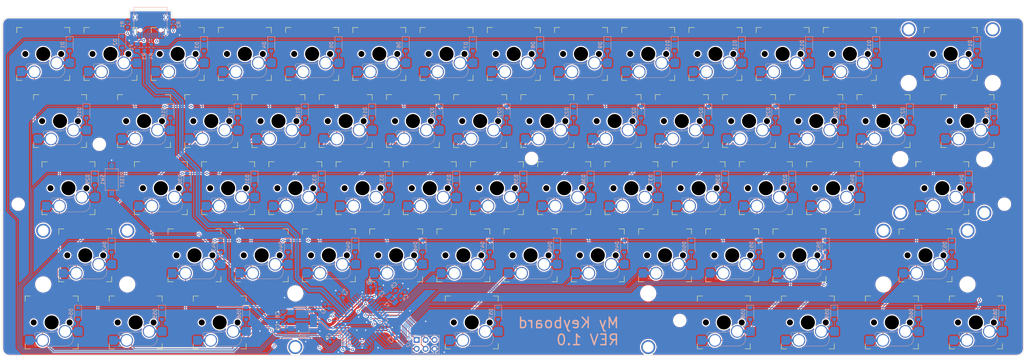
<source format=kicad_pcb>
(kicad_pcb (version 20241229) (generator "pcbnew") (generator_version "9.0")
  (title_block (title "My Keyboard") (rev "1.0"))
  (layers (0 "F.Cu" signal) (2 "B.Cu" signal) (13 "F.Paste" user) (15 "B.Paste" user) (5 "F.SilkS" user "F.Silkscreen") (7 "B.SilkS" user "B.Silkscreen") (1 "F.Mask" user) (3 "B.Mask" user) (25 "Edge.Cuts" user))
  (net 0 "")
  (net 1 "+5V")
  (net 2 "GND")
  (net 3 "+3.3V")
  (net 4 "Net-(U1-XTAL1)")
  (net 5 "Net-(U1-XTAL2)")
  (net 6 "Net-(U1-AREF)")
  (net 7 "Net-(U1-UCAP)")
  (net 8 "ROW_0")
  (net 9 "Net-(D1-A)")
  (net 10 "Net-(D2-A)")
  (net 11 "Net-(D3-A)")
  (net 12 "Net-(D4-A)")
  (net 13 "Net-(D5-A)")
  (net 14 "Net-(D6-A)")
  (net 15 "Net-(D7-A)")
  (net 16 "Net-(D8-A)")
  (net 17 "Net-(D9-A)")
  (net 18 "Net-(D10-A)")
  (net 19 "Net-(D11-A)")
  (net 20 "Net-(D12-A)")
  (net 21 "Net-(D13-A)")
  (net 22 "Net-(D14-A)")
  (net 23 "ROW_1")
  (net 24 "Net-(D15-A)")
  (net 25 "Net-(D16-A)")
  (net 26 "Net-(D17-A)")
  (net 27 "Net-(D18-A)")
  (net 28 "Net-(D19-A)")
  (net 29 "Net-(D20-A)")
  (net 30 "Net-(D21-A)")
  (net 31 "Net-(D22-A)")
  (net 32 "Net-(D23-A)")
  (net 33 "Net-(D24-A)")
  (net 34 "Net-(D25-A)")
  (net 35 "Net-(D26-A)")
  (net 36 "Net-(D27-A)")
  (net 37 "Net-(D28-A)")
  (net 38 "ROW_2")
  (net 39 "Net-(D29-A)")
  (net 40 "Net-(D30-A)")
  (net 41 "Net-(D31-A)")
  (net 42 "Net-(D32-A)")
  (net 43 "Net-(D33-A)")
  (net 44 "Net-(D34-A)")
  (net 45 "Net-(D35-A)")
  (net 46 "Net-(D36-A)")
  (net 47 "Net-(D37-A)")
  (net 48 "Net-(D38-A)")
  (net 49 "Net-(D39-A)")
  (net 50 "Net-(D40-A)")
  (net 51 "Net-(D41-A)")
  (net 52 "ROW_3")
  (net 53 "Net-(D42-A)")
  (net 54 "Net-(D43-A)")
  (net 55 "Net-(D44-A)")
  (net 56 "Net-(D45-A)")
  (net 57 "Net-(D46-A)")
  (net 58 "Net-(D47-A)")
  (net 59 "Net-(D48-A)")
  (net 60 "Net-(D49-A)")
  (net 61 "Net-(D50-A)")
  (net 62 "Net-(D51-A)")
  (net 63 "Net-(D52-A)")
  (net 64 "Net-(D53-A)")
  (net 65 "ROW_4")
  (net 66 "Net-(D54-A)")
  (net 67 "Net-(D55-A)")
  (net 68 "Net-(D56-A)")
  (net 69 "Net-(D57-A)")
  (net 70 "Net-(D58-A)")
  (net 71 "Net-(D59-A)")
  (net 72 "Net-(D60-A)")
  (net 73 "Net-(D61-A)")
  (net 74 "Net-(F1-Pad1)")
  (net 75 "Net-(J1-CC1)")
  (net 76 "Net-(J1-D+-PadA6)")
  (net 77 "Net-(J1-D--PadA7)")
  (net 79 "Net-(J1-CC2)")
  (net 81 "/MISO")
  (net 82 "/SCLK")
  (net 83 "/MOSI")
  (net 84 "/RESET")
  (net 85 "COL_0")
  (net 86 "COL_1")
  (net 87 "COL_2")
  (net 88 "COL_3")
  (net 89 "COL_4")
  (net 90 "COL_5")
  (net 91 "COL_6")
  (net 92 "COL_7")
  (net 93 "COL_8")
  (net 94 "COL_9")
  (net 95 "COL_10")
  (net 96 "COL_11")
  (net 97 "COL_12")
  (net 98 "COL_14")
  (net 99 "COL_13")
  (net 100 "USB_D-")
  (net 101 "USB_D+")
  (footprint "key-switches:SW_MX_HotSwap_PTH" (layer "F.Cu") (at 128.7525 106.36)
    (property "Reference" "KEY4" (hide yes))
    (property "Value" "SW_Push" (hide yes))
  )
  (footprint "PCM_marbastlib-mx:STAB_MX_P_2.25u" (layer "F.Cu") (at 326.39625 144.46 180)
    (property "Reference" "S41" (hide yes))
    (property "Value" "MX_stab")
  )
  (footprint "key-switches:SW_MX_HotSwap_PTH" (layer "F.Cu") (at 100.1775 125.41)
    (property "Reference" "KEY16" (hide yes))
    (property "Value" "SW_Push" (hide yes))
  )
  (footprint "key-switches:SW_MX_HotSwap_PTH" (layer "F.Cu") (at 190.665 163.51)
    (property "Reference" "KEY47" (hide yes))
    (property "Value" "SW_Push" (hide yes))
  )
  (footprint "key-switches:SW_MX_HotSwap_PTH" (layer "F.Cu") (at 152.565 163.51)
    (property "Reference" "KEY45" (hide yes))
    (property "Value" "SW_Push" (hide yes))
  )
  (footprint "key-switches:SW_MX_HotSwap_PTH" (layer "F.Cu") (at 209.715 163.51)
    (property "Reference" "KEY48" (hide yes))
    (property "Value" "SW_Push" (hide yes))
  )
  (footprint "key-switches:SW_MX_HotSwap_PTH" (layer "F.Cu") (at 288.29625 182.56)
    (property "Reference" "KEY59" (hide yes))
    (property "Value" "SW_Push" (hide yes))
  )
  (footprint "key-switches:SW_MX_HotSwap_PTH" (layer "F.Cu") (at 195.4275 125.41)
    (property "Reference" "KEY21" (hide yes))
    (property "Value" "SW_Push" (hide yes))
  )
  (footprint "key-switches:SW_MX_HotSwap_PTH" (layer "F.Cu") (at 264.48375 182.56)
    (property "Reference" "KEY58" (hide yes))
    (property "Value" "SW_Push" (hide yes))
  )
  (footprint "key-switches:SW_MX_HotSwap_PTH" (layer "F.Cu") (at 143.04 144.46)
    (property "Reference" "KEY32" (hide yes))
    (property "Value" "SW_Push" (hide yes))
  )
  (footprint "key-switches:SW_MX_HotSwap_PTH" (layer "F.Cu") (at 166.8525 106.36)
    (property "Reference" "KEY6" (hide yes))
    (property "Value" "SW_Push" (hide yes))
  )
  (footprint "key-switches:SW_MX_HotSwap_PTH" (layer "F.Cu") (at 321.63375 163.51)
    (property "Reference" "KEY53" (hide yes))
    (property "Value" "SW_Push" (hide yes))
  )
  (footprint "key-switches:SW_MX_HotSwap_PTH" (layer "F.Cu") (at 290.6775 125.41)
    (property "Reference" "KEY26" (hide yes))
    (property "Value" "SW_Push" (hide yes))
  )
  (footprint "key-switches:SW_MX_HotSwap_PTH" (layer "F.Cu") (at 76.365 125.41)
    (property "Reference" "KEY15" (hide yes))
    (property "Value" "SW_Push" (hide yes))
  )
  (footprint "key-switches:SW_MX_HotSwap_PTH" (layer "F.Cu") (at 97.79625 182.56)
    (property "Reference" "KEY55" (hide yes))
    (property "Value" "SW_Push" (hide yes))
  )
  (footprint "key-switches:SW_MX_HotSwap_PTH" (layer "F.Cu") (at 78.74625 144.46)
    (property "Reference" "KEY29" (hide yes))
    (property "Value" "SW_Push" (hide yes))
  )
  (footprint "key-switches:SW_MX_HotSwap_PTH" (layer "F.Cu") (at 171.615 163.51)
    (property "Reference" "KEY46" (hide yes))
    (property "Value" "SW_Push" (hide yes))
  )
  (footprint "key-switches:SW_MX_HotSwap_PTH" (layer "F.Cu") (at 200.19 144.46)
    (property "Reference" "KEY35" (hide yes))
    (property "Value" "SW_Push" (hide yes))
  )
  (footprint "key-switches:SW_MX_HotSwap_PTH" (layer "F.Cu") (at 123.99 144.46)
    (property "Reference" "KEY31" (hide yes))
    (property "Value" "SW_Push" (hide yes))
  )
  (footprint "key-switches:SW_MX_HotSwap_PTH" (layer "F.Cu") (at 157.3275 125.41)
    (property "Reference" "KEY19" (hide yes))
    (property "Value" "SW_Push" (hide yes))
  )
  (footprint "key-switches:SW_MX_HotSwap_PTH" (layer "F.Cu") (at 204.9525 106.36)
    (property "Reference" "KEY8" (hide yes))
    (property "Value" "SW_Push" (hide yes))
  )
  (footprint "key-switches:SW_MX_HotSwap_PTH" (layer "F.Cu") (at 238.29 144.46)
    (property "Reference" "KEY37" (hide yes))
    (property "Value" "SW_Push" (hide yes))
  )
  (footprint "PCM_marbastlib-mx:STAB_MX_P_6.25u" (layer "F.Cu") (at 193.04625 182.56 180)
    (property "Reference" "S57" (hide yes))
    (property "Value" "MX_stab")
  )
  (footprint "key-switches:SW_MX_HotSwap_PTH" (layer "F.Cu") (at 73.98375 182.56)
    (property "Reference" "KEY54" (hide yes))
    (property "Value" "SW_Push" (hide yes))
  )
  (footprint "key-switches:SW_MX_HotSwap_PTH" (layer "F.Cu") (at 233.5275 125.41)
    (property "Reference" "KEY23" (hide yes))
    (property "Value" "SW_Push" (hide yes))
  )
  (footprint "key-switches:SW_MX_HotSwap_PTH" (layer "F.Cu") (at 119.2275 125.41)
    (property "Reference" "KEY17" (hide yes))
    (property "Value" "SW_Push" (hide yes))
  )
  (footprint "key-switches:SW_MX_HotSwap_PTH" (layer "F.Cu") (at 185.9025 106.36)
    (property "Reference" "KEY7" (hide yes))
    (property "Value" "SW_Push" (hide yes))
  )
  (footprint "key-switches:SW_MX_HotSwap_PTH" (layer "F.Cu") (at 262.1025 106.36)
    (property "Reference" "KEY11" (hide yes))
    (property "Value" "SW_Push" (hide yes))
  )
  (footprint "key-switches:SW_MX_HotSwap_PTH" (layer "F.Cu") (at 312.10875 182.56)
    (property "Reference" "KEY60" (hide yes))
    (property "Value" "SW_Push" (hide yes))
  )
  (footprint "key-switches:SW_MX_HotSwap_PTH" (layer "F.Cu") (at 266.865 163.51)
    (property "Reference" "KEY51" (hide yes))
    (property "Value" "SW_Push" (hide yes))
  )
  (footprint "key-switches:SW_MX_HotSwap_PTH" (layer "F.Cu") (at 271.6275 125.41)
    (property "Reference" "KEY25" (hide yes))
    (property "Value" "SW_Push" (hide yes))
  )
  (footprint "key-switches:SW_MX_HotSwap_PTH" (layer "F.Cu") (at 224.0025 106.36)
    (property "Reference" "KEY9" (hide yes))
    (property "Value" "SW_Push" (hide yes))
  )
  (footprint "PCM_marbastlib-mx:STAB_MX_P_2.25u" (layer "F.Cu") (at 83.50875 163.51)
    (property "Reference" "S42" (hide yes))
    (property "Value" "MX_stab")
  )
  (footprint "key-switches:SW_MX_HotSwap_PTH" (layer "F.Cu") (at 104.94 144.46)
    (property "Reference" "KEY30" (hide yes))
    (property "Value" "SW_Push" (hide yes))
  )
  (footprint "key-switches:SW_MX_HotSwap_PTH" (layer "F.Cu") (at 83.50875 163.51)
    (property "Reference" "KEY42" (hide yes))
    (property "Value" "SW_Push" (hide yes))
  )
  (footprint "key-switches:SW_MX_HotSwap_PTH" (layer "F.Cu") (at 214.4775 125.41)
    (property "Reference" "KEY22" (hide yes))
    (property "Value" "SW_Push" (hide yes))
  )
  (footprint "PCM_marbastlib-mx:STAB_MX_P_2.75u" (layer "F.Cu") (at 321.63375 163.51)
    (property "Reference" "S53" (hide yes))
    (property "Value" "MX_stab")
  )
  (footprint "key-switches:SW_MX_HotSwap_PTH" (layer "F.Cu") (at 309.7275 125.41)
    (property "Reference" "KEY27" (hide yes))
    (property "Value" "SW_Push" (hide yes))
  )
  (footprint "key-switches:SW_MX_HotSwap_PTH" (layer "F.Cu") (at 162.09 144.46)
    (property "Reference" "KEY33" (hide yes))
    (property "Value" "SW_Push" (hide yes))
  )
  (footprint "key-switches:SW_MX_HotSwap_PTH" (layer "F.Cu") (at 328.7775 106.36)
    (property "Reference" "KEY14" (hide yes))
    (property "Value" "SW_Push" (hide yes))
  )
  (footprint "key-switches:SW_MX_HotSwap_PTH" (layer "F.Cu") (at 326.39625 144.46)
    (property "Reference" "KEY41" (hide yes))
    (property "Value" "SW_Push" (hide yes))
  )
  (footprint "key-switches:SW_MX_HotSwap_PTH" (layer "F.Cu") (at 333.54 125.41)
    (property "Reference" "KEY28" (hide yes))
    (property "Value" "SW_Push" (hide yes))
  )
  (footprint "key-switches:SW_MX_HotSwap_PTH" (layer "F.Cu") (at 138.2775 125.41)
    (property "Reference" "KEY18" (hide yes))
    (property "Value" "SW_Push" (hide yes))
  )
  (footprint "key-switches:SW_MX_HotSwap_PTH" (layer "F.Cu") (at 193.04625 182.56)
    (property "Reference" "KEY57" (hide yes))
    (property "Value" "SW_Push" (hide yes))
  )
  (footprint "key-switches:SW_MX_HotSwap_PTH" (layer "F.Cu") (at 335.92125 182.56)
    (property "Reference" "KEY61" (hide yes))
    (property "Value" "SW_Push" (hide yes))
  )
  (footprint "key-switches:SW_MX_HotSwap_PTH" (layer "F.Cu") (at 295.44 144.46)
    (property "Reference" "KEY40" (hide yes))
    (property "Value" "SW_Push" (hide yes))
  )
  (footprint "key-switches:SW_MX_HotSwap_PTH" (layer "F.Cu") (at 147.8025 106.36)
    (property "Reference" "KEY5" (hide yes))
    (property "Value" "SW_Push" (hide yes))
  )
  (footprint "PCM_marbastlib-mx:STAB_MX_P_2u" (layer "F.Cu") (at 328.7775 106.36)
    (property "Reference" "S14" (hide yes))
    (property "Value" "MX_stab")
  )
  (footprint "key-switches:SW_MX_HotSwap_PTH" (layer "F.Cu") (at 109.7025 106.36)
    (property "Reference" "KEY3" (hide yes))
    (property "Value" "SW_Push" (hide yes))
  )
  (footprint "key-switches:SW_MX_HotSwap_PTH" (layer "F.Cu") (at 285.915 163.51)
    (property "Reference" "KEY52" (hide yes))
    (property "Value" "SW_Push" (hide yes))
  )
  (footprint "key-switches:SW_MX_HotSwap_PTH" (layer "F.Cu") (at 121.60875 182.56)
    (property "Reference" "KEY56" (hide yes))
    (property "Value" "SW_Push" (hide yes))
  )
  (footprint "key-switches:SW_MX_HotSwap_PTH" (layer "F.Cu") (at 176.3775 125.41)
    (property "Reference" "KEY20" (hide yes))
    (property "Value" "SW_Push" (hide yes))
  )
  (footprint "key-switches:SW_MX_HotSwap_PTH" (layer "F.Cu") (at 281.1525 106.36)
    (property "Reference" "KEY12" (hide yes))
    (property "Value" "SW_Push" (hide yes))
  )
  (footprint "key-switches:SW_MX_HotSwap_PTH" (layer "F.Cu") (at 276.39 144.46)
    (property "Reference" "KEY39" (hide yes))
    (property "Value" "SW_Push" (hide yes))
  )
  (footprint "key-switches:SW_MX_HotSwap_PTH" (layer "F.Cu") (at 71.6025 106.36)
    (property "Reference" "KEY1" (hide yes))
    (property "Value" "SW_Push" (hide yes))
  )
  (footprint "key-switches:SW_MX_HotSwap_PTH" (layer "F.Cu") (at 252.5775 125.41)
    (property "Reference" "KEY24" (hide yes))
    (property "Value" "SW_Push" (hide yes))
  )
  (footprint "key-switches:SW_MX_HotSwap_PTH" (layer "F.Cu") (at 114.465 163.51)
    (property "Reference" "KEY43" (hide yes))
    (property "Value" "SW_Push" (hide yes))
  )
  (footprint "key-switches:SW_MX_HotSwap_PTH" (layer "F.Cu") (at 247.815 163.51)
    (property "Reference" "KEY50" (hide yes))
    (property "Value" "SW_Push" (hide yes))
  )
  (footprint "key-switches:SW_MX_HotSwap_PTH" (layer "F.Cu") (at 300.2025 106.36)
    (property "Reference" "KEY13" (hide yes))
    (property "Value" "SW_Push" (hide yes))
  )
  (footprint "key-switches:SW_MX_HotSwap_PTH" (layer "F.Cu") (at 243.0525 106.36)
    (property "Reference" "KEY10" (hide yes))
    (property "Value" "SW_Push" (hide yes))
  )
  (footprint "key-switches:SW_MX_HotSwap_PTH" (layer "F.Cu") (at 228.765 163.51)
    (property "Reference" "KEY49" (hide yes))
    (property "Value" "SW_Push" (hide yes))
  )
  (footprint "key-switches:SW_MX_HotSwap_PTH" (layer "F.Cu") (at 90.6525 106.36)
    (property "Reference" "KEY2" (hide yes))
    (property "Value" "SW_Push" (hide yes))
  )
  (footprint "key-switches:SW_MX_HotSwap_PTH" (layer "F.Cu") (at 257.34 144.46)
    (property "Reference" "KEY38" (hide yes))
    (property "Value" "SW_Push" (hide yes))
  )
  (footprint "key-switches:SW_MX_HotSwap_PTH" (layer "F.Cu") (at 133.515 163.51)
    (property "Reference" "KEY44" (hide yes))
    (property "Value" "SW_Push" (hide yes))
  )
  (footprint "key-switches:SW_MX_HotSwap_PTH" (layer "F.Cu") (at 181.14 144.46)
    (property "Reference" "KEY34" (hide yes))
    (property "Value" "SW_Push" (hide yes))
  )
  (footprint "key-switches:SW_MX_HotSwap_PTH" (layer "F.Cu") (at 219.24 144.46)
    (property "Reference" "KEY36" (hide yes))
    (property "Value" "SW_Push" (hide yes))
  )
  (footprint "Diode_SMD:D_SOD-123" (layer "B.Cu") (at 298.1525 122.885 -90)
    (property "Reference" "D26")
    (property "Value" "1N4148W")
  )
  (footprint "Diode_SMD:D_SOD-123" (layer "B.Cu") (at 260.0525 122.885 -90)
    (property "Reference" "D24")
    (property "Value" "1N4148W")
  )
  (footprint "Diode_SMD:D_SOD-123" (layer "B.Cu") (at 105.27125 180.035 -90)
    (property "Reference" "D55")
    (property "Value" "1N4148W")
  )
  (footprint "Diode_SMD:D_SOD-123" (layer "B.Cu") (at 341.015 122.885 -90)
    (property "Reference" "D28")
    (property "Value" "1N4148W")
  )
  (footprint "Diode_SMD:D_SOD-123" (layer "B.Cu") (at 264.815 141.935 -90)
    (property "Reference" "D38")
    (property "Value" "1N4148W")
  )
  (footprint "Connector_PinHeader_2.54mm:PinHeader_2x03_P2.54mm_Vertical" (layer "B.Cu") (at 177.42 187.5 -90)
    (property "Reference" "J2")
    (property "Value" "ISP")
  )
  (footprint "Diode_SMD:D_SOD-123" (layer "B.Cu") (at 145.7525 122.885 -90)
    (property "Reference" "D18")
    (property "Value" "1N4148W")
  )
  (footprint "Diode_SMD:D_SOD-123" (layer "B.Cu") (at 274.34 160.985 -90)
    (property "Reference" "D51")
    (property "Value" "1N4148W")
  )
  (footprint "Diode_SMD:D_SOD-123" (layer "B.Cu") (at 250.5275 103.835 -90)
    (property "Reference" "D10")
    (property "Value" "1N4148W")
  )
  (footprint "Diode_SMD:D_SOD-123" (layer "B.Cu") (at 160.04 160.985 -90)
    (property "Reference" "D45")
    (property "Value" "1N4148W")
  )
  (footprint "Diode_SMD:D_SOD-123" (layer "B.Cu") (at 212.4275 103.835 -90)
    (property "Reference" "D8")
    (property "Value" "1N4148W")
  )
  (footprint "Capacitor_SMD:C_0603_1608Metric" (layer "B.Cu") (at 172 173 -135)
    (property "Reference" "C5")
    (property "Value" "20pF")
  )
  (footprint "Diode_SMD:D_SOD-123" (layer "B.Cu") (at 236.24 160.985 -90)
    (property "Reference" "D49")
    (property "Value" "1N4148W")
  )
  (footprint "Diode_SMD:D_SOD-123" (layer "B.Cu") (at 79.0775 103.835 -90)
    (property "Reference" "D1")
    (property "Value" "1N4148W")
  )
  (footprint "Diode_SMD:D_SOD-123" (layer "B.Cu") (at 136.2275 103.835 -90)
    (property "Reference" "D4")
    (property "Value" "1N4148W")
  )
  (footprint "Capacitor_SMD:C_0603_1608Metric" (layer "B.Cu") (at 166.5 173.5 45)
    (property "Reference" "C2")
    (property "Value" "100nF")
  )
  (footprint "Resistor_SMD:R_0603_1608Metric" (layer "B.Cu") (at 100.25 104.5 90)
    (property "Reference" "R3")
    (property "Value" "22R")
  )
  (footprint "Diode_SMD:D_SOD-123" (layer "B.Cu") (at 94 103 -90)
    (property "Reference" "D2")
    (property "Value" "1N4148W")
  )
  (footprint "Diode_SMD:D_SOD-123" (layer "B.Cu") (at 343.39625 180.035 -90)
    (property "Reference" "D61")
    (property "Value" "1N4148W")
  )
  (footprint "Diode_SMD:D_SOD-123" (layer "B.Cu") (at 179.09 160.985 -90)
    (property "Reference" "D46")
    (property "Value" "1N4148W")
  )
  (footprint "Diode_SMD:D_SOD-123" (layer "B.Cu") (at 117.1775 103.835 -90)
    (property "Reference" "D3")
    (property "Value" "1N4148W")
  )
  (footprint "Capacitor_SMD:C_0603_1608Metric" (layer "B.Cu") (at 153.5 187.5 -135)
    (property "Reference" "C6")
    (property "Value" "100nF")
  )
  (footprint "MountingHole:MountingHole_3.2mm_M3" (layer "B.Cu") (at 87.5 132 180)
    (property "Reference" "H2" (hide yes))
    (property "Value" "MountingHole")
  )
  (footprint "Resistor_SMD:R_0603_1608Metric" (layer "B.Cu") (at 95.5 98 90)
    (property "Reference" "R1")
    (property "Value" "5.1k")
  )
  (footprint "Diode_SMD:D_SOD-123" (layer "B.Cu") (at 241.0025 122.885 -90)
    (property "Reference" "D23")
    (property "Value" "1N4148W")
  )
  (footprint "Diode_SMD:D_SOD-123" (layer "B.Cu") (at 150.515 141.935 -90)
    (property "Reference" "D32")
    (property "Value" "1N4148W")
  )
  (footprint "Diode_SMD:D_SOD-123" (layer "B.Cu") (at 126.7025 122.885 -90)
    (property "Reference" "D17")
    (property "Value" "1N4148W")
  )
  (footprint "Diode_SMD:D_SOD-123" (layer "B.Cu") (at 283.865 141.935 -90)
    (property "Reference" "D39")
    (property "Value" "1N4148W")
  )
  (footprint "Package_QFP:TQFP-44_10x10mm_P0.8mm" (layer "B.Cu") (at 162 182 -45)
    (property "Reference" "U1")
    (property "Value" "ATmega32U4-A")
  )
  (footprint "Diode_SMD:D_SOD-123" (layer "B.Cu") (at 269.5775 103.835 -90)
    (property "Reference" "D11")
    (property "Value" "1N4148W")
  )
  (footprint "Diode_SMD:D_SOD-123" (layer "B.Cu") (at 271.95875 180.035 -90)
    (property "Reference" "D58")
    (property "Value" "1N4148W")
  )
  (footprint "Resistor_SMD:R_0603_1608Metric" (layer "B.Cu") (at 165 172 -135)
    (property "Reference" "R5")
    (property "Value" "10k")
  )
  (footprint "Diode_SMD:D_SOD-123" (layer "B.Cu") (at 112.415 141.935 -90)
    (property "Reference" "D30")
    (property "Value" "1N4148W")
  )
  (footprint "Diode_SMD:D_SOD-123" (layer "B.Cu") (at 121.94 160.985 -90)
    (property "Reference" "D43")
    (property "Value" "1N4148W")
  )
  (footprint "Diode_SMD:D_SOD-123" (layer "B.Cu") (at 217.19 160.985 -90)
    (property "Reference" "D48")
    (property "Value" "1N4148W")
  )
  (footprint "Diode_SMD:D_SOD-123" (layer "B.Cu") (at 200.52125 180.035 -90)
    (property "Reference" "D57")
    (property "Value" "1N4148W")
  )
  (footprint "Diode_SMD:D_SOD-123" (layer "B.Cu") (at 293.39 160.985 -90)
    (property "Reference" "D52")
    (property "Value" "1N4148W")
  )
  (footprint "Diode_SMD:D_SOD-123" (layer "B.Cu") (at 86.22125 141.935 -90)
    (property "Reference" "D29")
    (property "Value" "1N4148W")
  )
  (footprint "MountingHole:MountingHole_3.2mm_M3" (layer "B.Cu") (at 210 136 180)
    (property "Reference" "H1" (hide yes))
    (property "Value" "MountingHole")
  )
  (footprint "MountingHole:MountingHole_3.2mm_M3" (layer "B.Cu") (at 252 182 180)
    (property "Reference" "H5" (hide yes))
    (property "Value" "MountingHole")
  )
  (footprint "Diode_SMD:D_SOD-123" (layer "B.Cu") (at 107.6525 122.885 -90)
    (property "Reference" "D16")
    (property "Value" "1N4148W")
  )
  (footprint "Resistor_SMD:R_0603_1608Metric" (layer "B.Cu") (at 108.5 98 -90)
    (property "Reference" "R2")
    (property "Value" "5.1k")
  )
  (footprint "Capacitor_SMD:C_0603_1608Metric" (layer "B.Cu") (at 156 175 135)
    (property "Reference" "C7")
    (property "Value" "1uF")
  )
  (footprint "Capacitor_SMD:C_0603_1608Metric" (layer "B.Cu") (at 173.5 174.5 -135)
    (property "Reference" "C4")
    (property "Value" "20pF")
  )
  (footprint "Diode_SMD:D_SOD-123" (layer "B.Cu") (at 319.58375 180.035 -90)
    (property "Reference" "D60")
    (property "Value" "1N4148W")
  )
  (footprint "Diode_SMD:D_SOD-123" (layer "B.Cu") (at 193.3775 103.835 -90)
    (property "Reference" "D7")
    (property "Value" "1N4148W")
  )
  (footprint "Diode_SMD:D_SOD-123" (layer "B.Cu") (at 140.99 160.985 -90)
    (property "Reference" "D44")
    (property "Value" "1N4148W")
  )
  (footprint "Diode_SMD:D_SOD-123" (layer "B.Cu") (at 302.915 141.935 -90)
    (property "Reference" "D40")
    (property "Value" "1N4148W")
  )
  (footprint "Diode_SMD:D_SOD-123" (layer "B.Cu") (at 329.10875 160.985 -90)
    (property "Reference" "D53")
    (property "Value" "1N4148W")
  )
  (footprint "Capacitor_SMD:C_0603_1608Metric" (layer "B.Cu") (at 139.5 183.85 -90)
    (property "Reference" "C9")
    (property "Value" "10uF")
  )
  (footprint "Diode_SMD:D_SOD-123" (layer "B.Cu") (at 226.715 141.935 -90)
    (property "Reference" "D36")
    (property "Value" "1N4148W")
  )
  (footprint "Diode_SMD:D_SOD-123" (layer "B.Cu") (at 231.4775 103.835 -90)
    (property "Reference" "D9")
    (property "Value" "1N4148W")
  )
  (footprint "Crystal:Crystal_SMD_3215-2Pin_3.2x1.5mm" (layer "B.Cu") (at 170.5 176 135)
    (property "Reference" "Y1")
    (property "Value" "8MHz")
  )
  (footprint "Fuse:Fuse_0805_2012Metric" (layer "B.Cu") (at 98.25 104.5 -90)
    (property "Reference" "F1")
    (property "Value" "500mA, 6V")
  )
  (footprint "Capacitor_SMD:C_0603_1608Metric" (layer "B.Cu") (at 139.5 180.35 90)
    (property "Reference" "C8")
    (property "Value" "10uF")
  )
  (footprint "Diode_SMD:D_SOD-123" (layer "B.Cu") (at 317.2025 122.885 -90)
    (property "Reference" "D27")
    (property "Value" "1N4148W")
  )
  (footprint "Diode_SMD:D_SOD-123" (layer "B.Cu") (at 333.87125 141.935 -90)
    (property "Reference" "D41")
    (property "Value" "1N4148W")
  )
  (footprint "Button_Switch_SMD:SW_SPST_CK_RS282G05A3" (layer "B.Cu") (at 91 142 -90)
    (property "Reference" "SW1")
    (property "Value" "RESET")
  )
  (footprint "Connector_USB:USB_C_Receptacle_HRO_TYPE-C-31-M-12" (layer "B.Cu") (at 102 97)
    (property "Reference" "J1")
    (property "Value" "USB_C_Receptacle_USB2.0")
  )
  (footprint "Diode_SMD:D_SOD-123" (layer "B.Cu") (at 83.84 122.885 -90)
    (property "Reference" "D15")
    (property "Value" "1N4148W")
  )
  (footprint "Diode_SMD:D_SOD-123" (layer "B.Cu") (at 90.98375 160.985 -90)
    (property "Reference" "D42")
    (property "Value" "1N4148W")
  )
  (footprint "Diode_SMD:D_SOD-123" (layer "B.Cu") (at 279.1025 122.885 -90)
    (property "Reference" "D25")
    (property "Value" "1N4148W")
  )
  (footprint "Diode_SMD:D_SOD-123" (layer "B.Cu") (at 81.45875 180.035 -90)
    (property "Reference" "D54")
    (property "Value" "1N4148W")
  )
  (footprint "Capacitor_SMD:C_0603_1608Metric" (layer "B.Cu") (at 152 178 135)
    (property "Reference" "C1")
    (property "Value" "1uF")
  )
  (footprint "Diode_SMD:D_SOD-123" (layer "B.Cu") (at 164.8025 122.885 -90)
    (property "Reference" "D19")
    (property "Value" "1N4148W")
  )
  (footprint "Resistor_SMD:R_0603_1608Metric" (layer "B.Cu") (at 102.25 104.5 90)
    (property "Reference" "R4")
    (property "Value" "22R")
  )
  (footprint "Diode_SMD:D_SOD-123" (layer "B.Cu") (at 255.29 160.985 -90)
    (property "Reference" "D50")
    (property "Value" "1N4148W")
  )
  (footprint "Diode_SMD:D_SOD-123" (layer "B.Cu") (at 183.8525 122.885 -90)
    (property "Reference" "D20")
    (property "Value" "1N4148W")
  )
  (footprint "Diode_SMD:D_SOD-123" (layer "B.Cu") (at 288.6275 103.835 -90)
    (property "Reference" "D12")
    (property "Value" "1N4148W")
  )
  (footprint "Diode_SMD:D_SOD-123" (layer "B.Cu") (at 207.665 141.935 -90)
    (property "Reference" "D35")
    (property "Value" "1N4148W")
  )
  (footprint "Diode_SMD:D_SOD-123" (layer "B.Cu") (at 129.08375 180.035 -90)
    (property "Reference" "D56")
    (property "Value" "1N4148W")
  )
  (footprint "Diode_SMD:D_SOD-123" (layer "B.Cu") (at 155.2775 103.835 -90)
    (property "Reference" "D5")
    (property "Value" "1N4148W")
  )
  (footprint "Diode_SMD:D_SOD-123" (layer "B.Cu") (at 221.9525 122.885 -90)
    (property "Reference" "D22")
    (property "Value" "1N4148W")
  )
  (footprint "Diode_SMD:D_SOD-123" (layer "B.Cu") (at 188.615 141.935 -90)
    (property "Reference" "D34")
    (property "Value" "1N4148W")
  )
  (footprint "Diode_SMD:D_SOD-123" (layer "B.Cu") (at 336.2525 103.835 -90)
    (property "Reference" "D14")
    (property "Value" "1N4148W")
  )
  (footprint "Diode_SMD:D_SOD-123" (layer "B.Cu") (at 174.3275 103.835 -90)
    (property "Reference" "D6")
    (property "Value" "1N4148W")
  )
  (footprint "Package_TO_SOT_SMD:SOT-223-3_TabPin2" (layer "B.Cu") (at 145 182)
    (property "Reference" "U2")
    (property "Value" "AMS1117-3.3")
  )
  (footprint "Diode_SMD:D_SOD-123" (layer "B.Cu") (at 202.9025 122.885 -90)
    (property "Reference" "D21")
    (property "Value" "1N4148W")
  )
  (footprint "Capacitor_SMD:C_0603_1608Metric" (layer "B.Cu") (at 171 186.5 -45)
    (property "Reference" "C3")
    (property "Value" "100nF")
  )
  (footprint "MountingHole:MountingHole_3.2mm_M3" (layer "B.Cu") (at 64.5 149 180)
    (property "Reference" "H4" (hide yes))
    (property "Value" "MountingHole")
  )
  (footprint "Diode_SMD:D_SOD-123" (layer "B.Cu") (at 307.6775 103.835 -90)
    (property "Reference" "D13")
    (property "Value" "1N4148W")
  )
  (footprint "Diode_SMD:D_SOD-123" (layer "B.Cu") (at 131.465 141.935 -90)
    (property "Reference" "D31")
    (property "Value" "1N4148W")
  )
  (footprint "MountingHole:MountingHole_3.2mm_M3" (layer "B.Cu") (at 344 149 -90)
    (property "Reference" "H3" (hide yes))
    (property "Value" "MountingHole")
  )
  (footprint "Diode_SMD:D_SOD-123" (layer "B.Cu") (at 169.565 141.935 -90)
    (property "Reference" "D33")
    (property "Value" "1N4148W")
  )
  (footprint "Diode_SMD:D_SOD-123" (layer "B.Cu") (at 198.14 160.985 -90)
    (property "Reference" "D47")
    (property "Value" "1N4148W")
  )
  (footprint "Diode_SMD:D_SOD-123" (layer "B.Cu") (at 295.77125 180.035 -90)
    (property "Reference" "D59")
    (property "Value" "1N4148W")
  )
  (footprint "Diode_SMD:D_SOD-123" (layer "B.Cu") (at 245.765 141.935 -90)
    (property "Reference" "D37")
    (property "Value" "1N4148W")
  )
  (gr_circle (center 154.028671 179.811884) (end 154.278671 179.811884) (stroke (width 0.15)) (fill yes) (layer "B.SilkS"))
  (gr_line (start 62 96) (end 96 96) (stroke (width 0.1)) (layer "Edge.Cuts"))
  (gr_line (start 62 192) (end 347.5 192) (stroke (width 0.1)) (layer "Edge.Cuts"))
  (gr_arc (start 349.5 190) (mid 348.914214 191.414214) (end 347.5 192) (stroke (width 0.1)) (layer "Edge.Cuts"))
  (gr_line (start 349.5 190) (end 349.5 98) (stroke (width 0.1)) (layer "Edge.Cuts"))
  (gr_line (start 108 96) (end 347.5 96) (stroke (width 0.1)) (layer "Edge.Cuts"))
  (gr_line (start 96 96) (end 96 94) (stroke (width 0.1)) (layer "Edge.Cuts"))
  (gr_line (start 60 190) (end 60 98) (stroke (width 0.1)) (layer "Edge.Cuts"))
  (gr_arc (start 62 192) (mid 60.585786 191.414214) (end 60 190) (stroke (width 0.1)) (layer "Edge.Cuts"))
  (gr_line (start 108 94) (end 108 96) (stroke (width 0.1)) (layer "Edge.Cuts"))
  (gr_arc (start 347.5 96) (mid 348.914214 96.585786) (end 349.5 98) (stroke (width 0.1)) (layer "Edge.Cuts"))
  (gr_line (start 96 94) (end 108 94) (stroke (width 0.1)) (layer "Edge.Cuts"))
  (gr_arc (start 60 98) (mid 60.585786 96.585786) (end 62 96) (stroke (width 0.1)) (layer "Edge.Cuts"))
  (gr_text "${TITLE}\nREV ${REVISION}" (at 235 189.25 0) (layer "B.SilkS") (effects (font (size 3 3) (thickness 0.4)) (justify left bottom mirror)))
  (segment (start 122.25 156.25) (end 124.25 158.25) (width 0.35) (layer "B.Cu") (net 1))
  (segment (start 124.25 158.25) (end 124.25 170.25) (width 0.35) (layer "B.Cu") (net 1))
  (segment (start 156.390847 180.916332) (end 155.70675 180.232233) (width 0.35) (layer "B.Cu") (net 1))
  (segment (start 98.25 105.4375) (end 100.06 107.2475) (width 0.35) (layer "B.Cu") (net 1))
  (segment (start 114.275 152.457914) (end 118.067086 156.25) (width 0.35) (layer "B.Cu") (net 1))
  (segment (start 107.507086 118.19) (end 108.783543 119.466457) (width 0.35) (layer "B.Cu") (net 1))
  (segment (start 108.783543 119.466457) (end 108.908543 119.591457) (width 0.35) (layer "B.Cu") (net 1))
  (segment (start 152.548008 178.548008) (end 154.022526 178.548008) (width 0.35) (layer "B.Cu") (net 1))
  (segment (start 159.219275 178.087903) (end 159.219275 179.530725) (width 0.35) (layer "B.Cu") (net 1))
  (segment (start 154.022526 178.548008) (end 155.70675 180.232233) (width 0.35) (layer "B.Cu") (net 1))
  (segment (start 108.783543 119.466457) (end 109.5125 120.195414) (width 0.35) (layer "B.Cu") (net 1))
  (segment (start 109.5125 135.0125) (end 114.275 139.775) (width 0.35) (layer "B.Cu") (net 1))
  (segment (start 118.067086 156.25) (end 122.25 156.25) (width 0.35) (layer "B.Cu") (net 1))
  (segment (start 106.75 118.19) (end 107.507086 118.19) (width 0.35) (layer "B.Cu") (net 1))
  (segment (start 135.125 181.125) (end 139.5 181.125) (width 0.35) (layer "B.Cu") (net 1))
  (segment (start 152.548008 178.548008) (end 143.001992 178.548008) (width 0.35) (layer "B.Cu") (net 1))
  (segment (start 100.06 107.2475) (end 100.06 114.992914) (width 0.35) (layer "B.Cu") (net 1))
  (segment (start 141.05 179.7) (end 141.85 179.7) (width 0.35) (layer "B.Cu") (net 1))
  (segment (start 139.625 181.125) (end 141.05 179.7) (width 0.35) (layer "B.Cu") (net 1))
  (segment (start 124.25 170.25) (end 135.125 181.125) (width 0.35) (layer "B.Cu") (net 1))
  (segment (start 158.535177 177.403806) (end 159.219275 178.087903) (width 0.35) (layer "B.Cu") (net 1))
  (segment (start 143.001992 178.548008) (end 141.85 179.7) (width 0.35) (layer "B.Cu") (net 1))
  (segment (start 157.833668 180.916332) (end 156.390847 180.916332) (width 0.35) (layer "B.Cu") (net 1))
  (segment (start 109.5125 120.195414) (end 109.5125 135.0125) (width 0.35) (layer "B.Cu") (net 1))
  (segment (start 114.275 139.775) (end 114.275 152.457914) (width 0.35) (layer "B.Cu") (net 1))
  (segment (start 139.5 181.125) (end 139.625 181.125) (width 0.35) (layer "B.Cu") (net 1))
  (segment (start 103.257086 118.19) (end 106.75 118.19) (width 0.35) (layer "B.Cu") (net 1))
  (segment (start 100.06 114.992914) (end 103.257086 118.19) (width 0.35) (layer "B.Cu") (net 1))
  (segment (start 159.219275 179.530725) (end 157.833668 180.916332) (width 0.35) (layer "B.Cu") (net 1))
  (via (at 152 187.25) (size 0.8) (drill 0.4) (layers "F.Cu" "B.Cu") (net 2))
  (via (at 137.75 182.5) (size 0.8) (drill 0.4) (layers "F.Cu" "B.Cu") (net 2))
  (via (at 163 184.75) (size 0.8) (drill 0.4) (layers "F.Cu" "B.Cu") (net 2))
  (via (at 185.25 191) (size 0.8) (drill 0.4) (layers "F.Cu" "B.Cu") (net 2))
  (via (at 150 185) (size 0.8) (drill 0.4) (layers "F.Cu" "B.Cu") (net 2))
  (via (at 144 185) (size 0.8) (drill 0.4) (layers "F.Cu" "B.Cu") (net 2))
  (via (at 91 136.5) (size 0.8) (drill 0.4) (layers "F.Cu" "B.Cu") (net 2))
  (via (at 162 174) (size 0.8) (drill 0.4) (layers "F.Cu" "B.Cu") (net 2))
  (via (at 162 189.75) (size 0.8) (drill 0.4) (layers "F.Cu" "B.Cu") (net 2))
  (via (at 173.5 171.5) (size 0.8) (drill 0.4) (layers "F.Cu" "B.Cu") (net 2))
  (via (at 146 188) (size 0.8) (drill 0.4) (layers "F.Cu" "B.Cu") (net 2))
  (via (at 160.5 184.75) (size 0.8) (drill 0.4) (layers "F.Cu" "B.Cu") (net 2))
  (via (at 163.25 182.5) (size 0.8) (drill 0.4) (layers "F.Cu" "B.Cu") (net 2))
  (via (at 155.25 191) (size 0.8) (drill 0.4) (layers "F.Cu" "B.Cu") (net 2))
  (via (at 166.5 189.75) (size 0.8) (drill 0.4) (layers "F.Cu" "B.Cu") (net 2))
  (via (at 154.5 173.5) (size 0.8) (drill 0.4) (layers "F.Cu" "B.Cu") (net 2))
  (via (at 172.25 186.25) (size 0.8) (drill 0.4) (layers "F.Cu" "B.Cu") (net 2))
  (via (at 161 181) (size 0.8) (drill 0.4) (layers "F.Cu" "B.Cu") (net 2))
  (via (at 175 173) (size 0.8) (drill 0.4) (layers "F.Cu" "B.Cu") (net 2))
  (via (at 133 185) (size 0.8) (drill 0.4) (layers "F.Cu" "B.Cu") (net 2))
  (via (at 140 175.5) (size 0.8) (drill 0.4) (layers "F.Cu" "B.Cu") (net 2))
  (via (at 138.25 184.625) (size 0.8) (drill 0.4) (layers "F.Cu" "B.Cu") (net 2))
  (via (at 96 102.5) (size 0.8) (drill 0.4) (layers "F.Cu" "B.Cu") (net 2))
  (via (at 110.25 101) (size 0.8) (drill 0.4) (layers "F.Cu" "B.Cu") (net 2))
  (via (at 138.25 179.5) (size 0.8) (drill 0.4) (layers "F.Cu" "B.Cu") (net 2))
  (via (at 157.25 183) (size 0.8) (drill 0.4) (layers "F.Cu" "B.Cu") (net 2))
  (via (at 180 182.25) (size 0.8) (drill 0.4) (layers "F.Cu" "B.Cu") (net 2))
  (via (at 150.5 176.5) (size 0.8) (drill 0.4) (layers "F.Cu" "B.Cu") (net 2))
  (via (at 175.5 179.25) (size 0.8) (drill 0.4) (layers "F.Cu" "B.Cu") (net 2))
  (via (at 168 172) (size 0.8) (drill 0.4) (layers "F.Cu" "B.Cu") (net 2))
  (via (at 170.5 184) (size 0.8) (drill 0.4) (layers "F.Cu" "B.Cu") (net 2))
  (segment (start 98.595 101.045) (end 98.725 101.045) (width 0.35) (layer "B.Cu") (net 2))
  (segment (start 106.32 100.13) (end 105.405 101.045) (width 0.35) (layer "B.Cu") (net 2))
  (segment (start 141.85 184.3) (end 140.7 184.3) (width 0.35) (layer "B.Cu") (net 2))
  (segment (start 91 138.1) (end 91 136.5) (width 0.35) (layer "B.Cu") (net 2))
  (segment (start 140.7 184.3) (end 140.375 184.625) (width 0.35) (layer "B.Cu") (net 2))
  (segment (start 162.311018 189.75) (end 162 189.75) (width 0.35) (layer "B.Cu") (net 2))
  (segment (start 97.68 100.13) (end 98.595 101.045) (width 0.35) (layer "B.Cu") (net 2))
  (segment (start 105.405 101.045) (end 105.275 101.045) (width 0.35) (layer "B.Cu") (net 2))
  (segment (start 163.202082 188.858936) (end 162.311018 189.75) (width 0.35) (layer "B.Cu") (net 2))
  (segment (start 140.375 184.625) (end 139.5 184.625) (width 0.35) (layer "B.Cu") (net 2))
  (segment (start 158.28433 184.083272) (end 153.75 184.083272) (width 0.35) (layer "F.Cu") (net 3))
  (segment (start 161.951058 187.75) (end 158.28433 184.083272) (width 0.35) (layer "F.Cu") (net 3))
  (segment (start 165.427943 175.177943) (end 162.655329 175.177943) (width 0.35) (layer "F.Cu") (net 3))
  (segment (start 161.951058 187.75) (end 164.838799 184.862259) (width 0.35) (layer "F.Cu") (net 3))
  (segment (start 164.838799 184.862259) (end 169.387741 184.862259) (width 0.35) (layer "F.Cu") (net 3))
  (segment (start 162.655329 175.177943) (end 153.75 184.083272) (width 0.35) (layer "F.Cu") (net 3))
  (segment (start 174.565482 190.04) (end 169.387741 184.862259) (width 0.35) (layer "F.Cu") (net 3))
  (segment (start 177.42 190.04) (end 174.565482 190.04) (width 0.35) (layer "F.Cu") (net 3))
  (via (at 169.387741 184.862259) (size 0.8) (drill 0.4) (layers "F.Cu" "B.Cu") (net 3))
  (via (at 153.75 184.083272) (size 0.8) (drill 0.4) (layers "F.Cu" "B.Cu") (net 3))
  (via (at 161.951058 187.75) (size 0.8) (drill 0.4) (layers "F.Cu" "B.Cu") (net 3))
  (via (at 165.427943 175.177943) (size 0.8) (drill 0.4) (layers "F.Cu" "B.Cu") (net 3))
  (segment (start 150.5 182) (end 152.583272 184.083272) (width 0.5) (layer "B.Cu") (net 3))
  (segment (start 152.583272 184.083272) (end 153.75 184.083272) (width 0.5) (layer "B.Cu") (net 3))
  (segment (start 165.951992 174.048008) (end 165.951992 171.785266) (width 0.35) (layer "B.Cu") (net 3))
  (segment (start 155.141064 183.202082) (end 154.259874 184.083272) (width 0.35) (layer "B.Cu") (net 3))
  (segment (start 154.259874 184.083272) (end 153.75 184.083272) (width 0.35) (layer "B.Cu") (net 3))
  (segment (start 161.906854 187.75) (end 161.951058 187.75) (width 0.35) (layer "B.Cu") (net 3))
  (segment (start 165.951992 171.785266) (end 165.583363 171.416637) (width 0.35) (layer "B.Cu") (net 3))
  (segment (start 140.575 182) (end 139.5 183.075) (width 0.35) (layer "B.Cu") (net 3))
  (segment (start 164.333452 176.272435) (end 165.427943 175.177943) (width 0.35) (layer "B.Cu") (net 3))
  (segment (start 141.85 182) (end 140.575 182) (width 0.35) (layer "B.Cu") (net 3))
  (segment (start 148.15 182) (end 150.5 182) (width 0.5) (layer "B.Cu") (net 3))
  (segment (start 148.15 182) (end 141.85 182) (width 0.5) (layer "B.Cu") (net 3))
  (segment (start 165.951992 174.653895) (end 165.951992 174.048008) (width 0.35) (layer "B.Cu") (net 3))
  (segment (start 169.387741 184.862259) (end 168.29325 183.767767) (width 0.35) (layer "B.Cu") (net 3))
  (segment (start 170.451992 185.951992) (end 170.451992 185.926509) (width 0.35) (layer "B.Cu") (net 3))
  (segment (start 165.427943 175.177943) (end 165.951992 174.653895) (width 0.35) (layer "B.Cu") (net 3))
  (segment (start 170.451992 185.926509) (end 169.387741 184.862259) (width 0.35) (layer "B.Cu") (net 3))
  (segment (start 160.797918 188.858936) (end 161.906854 187.75) (width 0.35) (layer "B.Cu") (net 3))
  (segment (start 167.25 176.75) (end 166.030509 177.969491) (width 0.2) (layer "B.Cu") (net 4))
  (segment (start 171.25 176.75) (end 167.25 176.75) (width 0.2) (layer "B.Cu") (net 4))
  (segment (start 172.951992 175.048008) (end 171.383883 176.616117) (width 0.2) (layer "B.Cu") (net 4))
  (segment (start 171.383883 176.616117) (end 171.383883 176.883883) (width 0.2) (layer "B.Cu") (net 4))
  (segment (start 171.383883 176.883883) (end 171.25 176.75) (width 0.2) (layer "B.Cu") (net 4))
  (segment (start 169.616117 175.116117) (end 167.752512 175.116117) (width 0.2) (layer "B.Cu") (net 5))
  (segment (start 171.451992 173.548008) (end 169.883883 175.116117) (width 0.2) (layer "B.Cu") (net 5))
  (segment (start 169.883883 175.116117) (end 169.616117 175.116117) (width 0.2) (layer "B.Cu") (net 5))
  (segment (start 167.752512 175.116117) (end 165.464823 177.403806) (width 0.2) (layer "B.Cu") (net 5))
  (segment (start 154.048008 186.557879) (end 156.272435 184.333452) (width 0.2) (layer "B.Cu") (net 6))
  (segment (start 154.048008 186.951992) (end 154.048008 186.557879) (width 0.2) (layer "B.Cu") (net 6))
  (segment (start 156.548008 176.548008) (end 157.969491 177.969491) (width 0.2) (layer "B.Cu") (net 7))
  (segment (start 156.548008 175.548008) (end 156.548008 176.548008) (width 0.2) (layer "B.Cu") (net 7))
  (segment (start 139.6 186.65) (end 146.9 186.65) (width 0.2) (layer "F.Cu") (net 8))
  (segment (start 137 189.25) (end 139.6 186.65) (width 0.2) (layer "F.Cu") (net 8))
  (segment (start 146.9 186.65) (end 150 189.75) (width 0.2) (layer "F.Cu") (net 8))
  (via (at 137 189.25) (size 0.8) (drill 0.4) (layers "F.Cu" "B.Cu") (net 8))
  (via (at 150 189.75) (size 0.8) (drill 0.4) (layers "F.Cu" "B.Cu") (net 8))
  (segment (start 150.95 190.7) (end 150 189.75) (width 0.2) (layer "B.Cu") (net 8))
  (segment (start 135.05 191.2) (end 137 189.25) (width 0.2) (layer "B.Cu") (net 8))
  (segment (start 159.100862 187.16188) (end 158.782665 187.16188) (width 0.2) (layer "B.Cu") (net 8))
  (segment (start 117.1425 102.22) (end 109.53 102.22) (width 0.2) (layer "B.Cu") (net 8))
  (segment (start 66.065 102.185) (end 61.5 106.75) (width 0.2) (layer "B.Cu") (net 8))
  (segment (start 94 102) (end 94 101.35) (width 0.2) (layer "B.Cu") (net 8))
  (segment (start 117.1775 102.185) (end 117.1425 102.22) (width 0.2) (layer "B.Cu") (net 8))
  (segment (start 96.5 104.5) (end 94 102) (width 0.2) (layer "B.Cu") (net 8))
  (segment (start 64.25 153.5) (end 64.25 189.697055) (width 0.2) (layer "B.Cu") (net 8))
  (segment (start 336.2525 102.185) (end 117.1775 102.185) (width 0.2) (layer "B.Cu") (net 8))
  (segment (start 79.0775 102.185) (end 66.065 102.185) (width 0.2) (layer "B.Cu") (net 8))
  (segment (start 61.5 106.75) (end 61.5 150.75) (width 0.2) (layer "B.Cu") (net 8))
  (segment (start 158.782665 187.16188) (end 157.234495 188.71005) (width 0.2) (layer "B.Cu") (net 8))
  (segment (start 153.55 190.7) (end 150.95 190.7) (width 0.2) (layer "B.Cu") (net 8))
  (segment (start 157.234495 188.71005) (end 155.53995 188.71005) (width 0.2) (layer "B.Cu") (net 8))
  (segment (start 107.25 104.5) (end 96.5 104.5) (width 0.2) (layer "B.Cu") (net 8))
  (segment (start 64.25 189.697055) (end 65.752945 191.2) (width 0.2) (layer "B.Cu") (net 8))
  (segment (start 155.53995 188.71005) (end 153.55 190.7) (width 0.2) (layer "B.Cu") (net 8))
  (segment (start 61.5 150.75) (end 64.25 153.5) (width 0.2) (layer "B.Cu") (net 8))
  (segment (start 79.9125 101.35) (end 79.0775 102.185) (width 0.2) (layer "B.Cu") (net 8))
  (segment (start 65.752945 191.2) (end 135.05 191.2) (width 0.2) (layer "B.Cu") (net 8))
  (segment (start 94 101.35) (end 79.9125 101.35) (width 0.2) (layer "B.Cu") (net 8))
  (segment (start 109.53 102.22) (end 107.25 104.5) (width 0.2) (layer "B.Cu") (net 8))
  (segment (start 79.1625 108.9) (end 79.0775 108.815) (width 0.25) (layer "B.Cu") (net 9))
  (segment (start 79.0775 108.815) (end 79.0775 105.485) (width 0.25) (layer "B.Cu") (net 9))
  (segment (start 98.2125 108.9) (end 98.1275 108.815) (width 0.25) (layer "B.Cu") (net 10))
  (segment (start 94 104.65) (end 94 108.4375) (width 0.25) (layer "B.Cu") (net 10))
  (segment (start 94 108.4375) (end 94.4625 108.9) (width 0.25) (layer "B.Cu") (net 10))
  (segment (start 117.1775 108.815) (end 117.1775 105.485) (width 0.25) (layer "B.Cu") (net 11))
  (segment (start 117.2625 108.9) (end 117.1775 108.815) (width 0.25) (layer "B.Cu") (net 11))
  (segment (start 136.3125 108.9) (end 136.2275 108.815) (width 0.25) (layer "B.Cu") (net 12))
  (segment (start 136.2275 108.815) (end 136.2275 105.485) (width 0.25) (layer "B.Cu") (net 12))
  (segment (start 155.2775 108.815) (end 155.2775 105.485) (width 0.25) (layer "B.Cu") (net 13))
  (segment (start 155.3625 108.9) (end 155.2775 108.815) (width 0.25) (layer "B.Cu") (net 13))
  (segment (start 174.3275 108.815) (end 174.3275 105.485) (width 0.25) (layer "B.Cu") (net 14))
  (segment (start 174.4125 108.9) (end 174.3275 108.815) (width 0.25) (layer "B.Cu") (net 14))
  (segment (start 193.3775 108.815) (end 193.3775 105.485) (width 0.25) (layer "B.Cu") (net 15))
  (segment (start 193.4625 108.9) (end 193.3775 108.815) (width 0.25) (layer "B.Cu") (net 15))
  (segment (start 212.5125 108.9) (end 212.4275 108.815) (width 0.25) (layer "B.Cu") (net 16))
  (segment (start 212.4275 108.815) (end 212.4275 105.485) (width 0.25) (layer "B.Cu") (net 16))
  (segment (start 231.5625 108.9) (end 231.4775 108.815) (width 0.25) (layer "B.Cu") (net 17))
  (segment (start 231.4775 108.815) (end 231.4775 105.485) (width 0.25) (layer "B.Cu") (net 17))
  (segment (start 250.6125 108.9) (end 250.5275 108.815) (width 0.25) (layer "B.Cu") (net 18))
  (segment (start 250.5275 108.815) (end 250.5275 105.485) (width 0.25) (layer "B.Cu") (net 18))
  (segment (start 269.6625 108.9) (end 269.5775 108.815) (width 0.25) (layer "B.Cu") (net 19))
  (segment (start 269.5775 108.815) (end 269.5775 105.485) (width 0.25) (layer "B.Cu") (net 19))
  (segment (start 288.7125 108.9) (end 288.6275 108.815) (width 0.25) (layer "B.Cu") (net 20))
  (segment (start 288.6275 108.815) (end 288.6275 105.485) (width 0.25) (layer "B.Cu") (net 20))
  (segment (start 307.6775 108.815) (end 307.6775 105.485) (width 0.25) (layer "B.Cu") (net 21))
  (segment (start 307.7625 108.9) (end 307.6775 108.815) (width 0.25) (layer "B.Cu") (net 21))
  (segment (start 336.3375 108.9) (end 336.2525 108.815) (width 0.25) (layer "B.Cu") (net 22))
  (segment (start 336.2525 108.815) (end 336.2525 105.485) (width 0.25) (layer "B.Cu") (net 22))
  (segment (start 113.5 121.25) (end 106.015 121.25) (width 0.2) (layer "F.Cu") (net 23))
  (segment (start 106.015 121.25) (end 106 121.235) (width 0.2) (layer "F.Cu") (net 23))
  (via (at 106 121.235) (size 0.8) (drill 0.4) (layers "F.Cu" "B.Cu") (net 23))
  (via (at 113.5 121.25) (size 0.8) (drill 0.4) (layers "F.Cu" "B.Cu") (net 23))
  (segment (start 133.450001 190.8) (end 137.499998 186.750002) (width 0.2) (layer "B.Cu") (net 23))
  (segment (start 137.499998 186.750002) (end 148.618632 186.750002) (width 0.2) (layer "B.Cu") (net 23))
  (segment (start 83.84 121.235) (end 106 121.235) (width 0.2) (layer "B.Cu") (net 23))
  (segment (start 156.821321 188.31005) (end 158.535177 186.596194) (width 0.2) (layer "B.Cu") (net 23))
  (segment (start 65.91863 190.8) (end 133.450001 190.8) (width 0.2) (layer "B.Cu") (net 23))
  (segment (start 155.374265 188.31005) (end 156.821321 188.31005) (width 0.2) (layer "B.Cu") (net 23))
  (segment (start 106 121.235) (end 107.6525 121.235) (width 0.2) (layer "B.Cu") (net 23))
  (segment (start 64.7 172.16863) (end 64.7 189.581372) (width 0.2) (layer "B.Cu") (net 23))
  (segment (start 68 168.86863) (end 64.7 172.16863) (width 0.2) (layer "B.Cu") (net 23))
  (segment (start 68 125.879807) (end 68 168.86863) (width 0.2) (layer "B.Cu") (net 23))
  (segment (start 83.84 121.235) (end 72.644807 121.235) (width 0.2) (layer "B.Cu") (net 23))
  (segment (start 64.7 189.581372) (end 65.91863 190.8) (width 0.2) (layer "B.Cu") (net 23))
  (segment (start 148.618632 186.750002) (end 152.16863 190.3) (width 0.2) (layer "B.Cu") (net 23))
  (segment (start 126.7025 121.235) (end 341.015 121.235) (width 0.2) (layer "B.Cu") (net 23))
  (segment (start 113.515 121.235) (end 113.5 121.25) (width 0.2) (layer "B.Cu") (net 23))
  (segment (start 152.16863 190.3) (end 153.384314 190.3) (width 0.2) (layer "B.Cu") (net 23))
  (segment (start 72.644807 121.235) (end 68 125.879807) (width 0.2) (layer "B.Cu") (net 23))
  (segment (start 153.384314 190.3) (end 155.374265 188.31005) (width 0.2) (layer "B.Cu") (net 23))
  (segment (start 126.7025 121.235) (end 113.515 121.235) (width 0.2) (layer "B.Cu") (net 23))
  (segment (start 83.84 127.865) (end 83.84 124.535) (width 0.25) (layer "B.Cu") (net 24))
  (segment (start 83.925 127.95) (end 83.84 127.865) (width 0.25) (layer "B.Cu") (net 24))
  (segment (start 107.7375 127.95) (end 107.6525 127.865) (width 0.25) (layer "B.Cu") (net 25))
  (segment (start 107.6525 127.865) (end 107.6525 124.535) (width 0.25) (layer "B.Cu") (net 25))
  (segment (start 126.7875 127.95) (end 126.7025 127.865) (width 0.25) (layer "B.Cu") (net 26))
  (segment (start 126.7025 127.865) (end 126.7025 124.535) (width 0.25) (layer "B.Cu") (net 26))
  (segment (start 145.8375 127.95) (end 145.7525 127.865) (width 0.25) (layer "B.Cu") (net 27))
  (segment (start 145.7525 127.865) (end 145.7525 124.535) (width 0.25) (layer "B.Cu") (net 27))
  (segment (start 164.8875 127.95) (end 164.8025 127.865) (width 0.25) (layer "B.Cu") (net 28))
  (segment (start 164.8025 127.865) (end 164.8025 124.535) (width 0.25) (layer "B.Cu") (net 28))
  (segment (start 183.8525 127.865) (end 183.8525 124.535) (width 0.25) (layer "B.Cu") (net 29))
  (segment (start 183.9375 127.95) (end 183.8525 127.865) (width 0.25) (layer "B.Cu") (net 29))
  (segment (start 202.9875 127.95) (end 202.9025 127.865) (width 0.25) (layer "B.Cu") (net 30))
  (segment (start 202.9025 127.865) (end 202.9025 124.535) (width 0.25) (layer "B.Cu") (net 30))
  (segment (start 221.9525 127.865) (end 221.9525 124.535) (width 0.25) (layer "B.Cu") (net 31))
  (segment (start 222.0375 127.95) (end 221.9525 127.865) (width 0.25) (layer "B.Cu") (net 31))
  (segment (start 241.0875 127.95) (end 241.0025 127.865) (width 0.25) (layer "B.Cu") (net 32))
  (segment (start 241.0025 127.865) (end 241.0025 124.535) (width 0.25) (layer "B.Cu") (net 32))
  (segment (start 260.1375 127.95) (end 260.0525 127.865) (width 0.25) (layer "B.Cu") (net 33))
  (segment (start 260.0525 127.865) (end 260.0525 124.535) (width 0.25) (layer "B.Cu") (net 33))
  (segment (start 279.1875 127.95) (end 279.1025 127.865) (width 0.25) (layer "B.Cu") (net 34))
  (segment (start 279.1025 127.865) (end 279.1025 124.535) (width 0.25) (layer "B.Cu") (net 34))
  (segment (start 298.2375 127.95) (end 298.1525 127.865) (width 0.25) (layer "B.Cu") (net 35))
  (segment (start 298.1525 127.865) (end 298.1525 124.535) (width 0.25) (layer "B.Cu") (net 35))
  (segment (start 317.2025 127.865) (end 317.2025 124.535) (width 0.25) (layer "B.Cu") (net 36))
  (segment (start 317.2875 127.95) (end 317.2025 127.865) (width 0.25) (layer "B.Cu") (net 36))
  (segment (start 341.015 127.865) (end 341.015 124.535) (width 0.25) (layer "B.Cu") (net 37))
  (segment (start 341.1 127.95) (end 341.015 127.865) (width 0.25) (layer "B.Cu") (net 37))
  (segment (start 118 140.25) (end 111.035 140.25) (width 0.2) (layer "F.Cu") (net 38))
  (segment (start 111.035 140.25) (end 111 140.285) (width 0.2) (layer "F.Cu") (net 38))
  (via (at 118 140.25) (size 0.8) (drill 0.4) (layers "F.Cu" "B.Cu") (net 38))
  (via (at 111 140.285) (size 0.8) (drill 0.4) (layers "F.Cu" "B.Cu") (net 38))
  (segment (start 65.1 189.415686) (end 66.084315 190.4) (width 0.2) (layer "B.Cu") (net 38))
  (segment (start 65.1 172.334315) (end 65.1 189.415686) (width 0.2) (layer "B.Cu") (net 38))
  (segment (start 112.415 140.285) (end 111 140.285) (width 0.2) (layer "B.Cu") (net 38))
  (segment (start 131.465 140.285) (end 118.035 140.285) (width 0.2) (layer "B.Cu") (net 38))
  (segment (start 111 140.285) (end 86.22125 140.285) (width 0.2) (layer "B.Cu") (net 38))
  (segment (start 148.784318 186.350002) (end 152.334315 189.9) (width 0.2) (layer "B.Cu") (net 38))
  (segment (start 86.22125 140.285) (end 72.715 140.285) (width 0.2) (layer "B.Cu") (net 38))
  (segment (start 153.218628 189.9) (end 155.218628 187.9) (width 0.2) (layer "B.Cu") (net 38))
  (segment (start 137.334313 186.350002) (end 148.784318 186.350002) (width 0.2) (layer "B.Cu") (net 38))
  (segment (start 66.084315 190.4) (end 133.284315 190.4) (width 0.2) (layer "B.Cu") (net 38))
  (segment (start 68.4 144.6) (end 68.4 169.034316) (width 0.2) (layer "B.Cu") (net 38))
  (segment (start 333.87125 140.285) (end 131.465 140.285) (width 0.2) (layer "B.Cu") (net 38))
  (segment (start 155.218628 187.9) (end 156.1 187.9) (width 0.2) (layer "B.Cu") (net 38))
  (segment (start 133.284315 190.4) (end 137.334313 186.350002) (width 0.2) (layer "B.Cu") (net 38))
  (segment (start 68.4 169.034316) (end 65.1 172.334315) (width 0.2) (layer "B.Cu") (net 38))
  (segment (start 72.715 140.285) (end 68.4 144.6) (width 0.2) (layer "B.Cu") (net 38))
  (segment (start 156.1 187.9) (end 157.969491 186.030509) (width 0.2) (layer "B.Cu") (net 38))
  (segment (start 118.035 140.285) (end 118 140.25) (width 0.2) (layer "B.Cu") (net 38))
  (segment (start 152.334315 189.9) (end 153.218628 189.9) (width 0.2) (layer "B.Cu") (net 38))
  (segment (start 86.30625 147) (end 86.22125 146.915) (width 0.25) (layer "B.Cu") (net 39))
  (segment (start 86.22125 146.915) (end 86.22125 143.585) (width 0.25) (layer "B.Cu") (net 39))
  (segment (start 112.5 147) (end 112.415 146.915) (width 0.25) (layer "B.Cu") (net 40))
  (segment (start 112.415 146.915) (end 112.415 143.585) (width 0.25) (layer "B.Cu") (net 40))
  (segment (start 131.465 146.915) (end 131.465 143.585) (width 0.25) (layer "B.Cu") (net 41))
  (segment (start 131.55 147) (end 131.465 146.915) (width 0.25) (layer "B.Cu") (net 41))
  (segment (start 150.6 147) (end 150.515 146.915) (width 0.25) (layer "B.Cu") (net 42))
  (segment (start 150.515 146.915) (end 150.515 143.585) (width 0.25) (layer "B.Cu") (net 42))
  (segment (start 169.565 146.915) (end 169.565 143.585) (width 0.25) (layer "B.Cu") (net 43))
  (segment (start 169.65 147) (end 169.565 146.915) (width 0.25) (layer "B.Cu") (net 43))
  (segment (start 188.7 147) (end 188.615 146.915) (width 0.25) (layer "B.Cu") (net 44))
  (segment (start 188.615 146.915) (end 188.615 143.585) (width 0.25) (layer "B.Cu") (net 44))
  (segment (start 207.665 146.915) (end 207.665 143.585) (width 0.25) (layer "B.Cu") (net 45))
  (segment (start 207.75 147) (end 207.665 146.915) (width 0.25) (layer "B.Cu") (net 45))
  (segment (start 226.8 147) (end 226.715 146.915) (width 0.25) (layer "B.Cu") (net 46))
  (segment (start 226.715 146.915) (end 226.715 143.585) (width 0.25) (layer "B.Cu") (net 46))
  (segment (start 245.85 147) (end 245.765 146.915) (width 0.25) (layer "B.Cu") (net 47))
  (segment (start 245.765 146.915) (end 245.765 143.585) (width 0.25) (layer "B.Cu") (net 47))
  (segment (start 264.815 146.915) (end 264.815 143.585) (width 0.25) (layer "B.Cu") (net 48))
  (segment (start 264.9 147) (end 264.815 146.915) (width 0.25) (layer "B.Cu") (net 48))
  (segment (start 283.95 147) (end 283.865 146.915) (width 0.25) (layer "B.Cu") (net 49))
  (segment (start 283.865 146.915) (end 283.865 143.585) (width 0.25) (layer "B.Cu") (net 49))
  (segment (start 303 147) (end 302.915 146.915) (width 0.25) (layer "B.Cu") (net 50))
  (segment (start 302.915 146.915) (end 302.915 143.585) (width 0.25) (layer "B.Cu") (net 50))
  (segment (start 333.95625 147) (end 333.87125 146.915) (width 0.25) (layer "B.Cu") (net 51))
  (segment (start 333.87125 146.915) (end 333.87125 143.585) (width 0.25) (layer "B.Cu") (net 51))
  (segment (start 139.585 159.25) (end 139.5 159.335) (width 0.2) (layer "F.Cu") (net 52))
  (segment (start 146.75 159.25) (end 139.585 159.25) (width 0.2) (layer "F.Cu") (net 52))
  (segment (start 126.915 159.335) (end 127 159.25) (width 0.2) (layer "F.Cu") (net 52))
  (segment (start 120.25 159.335) (end 126.915 159.335) (width 0.2) (layer "F.Cu") (net 52))
  (via (at 120.25 159.335) (size 0.8) (drill 0.4) (layers "F.Cu" "B.Cu") (net 52))
  (via (at 139.5 159.335) (size 0.8) (drill 0.4) (layers "F.Cu" "B.Cu") (net 52))
  (via (at 127 159.25) (size 0.8) (drill 0.4) (layers "F.Cu" "B.Cu") (net 52))
  (via (at 146.75 159.25) (size 0.8) (drill 0.4) (layers "F.Cu" "B.Cu") (net 52))
  (segment (start 152.5 189.5) (end 148.950002 185.950002) (width 0.2) (layer "B.Cu") (net 52))
  (segment (start 146.835 159.335) (end 146.75 159.25) (width 0.2) (layer "B.Cu") (net 52))
  (segment (start 66.25 190) (end 65.5 189.25) (width 0.2) (layer "B.Cu") (net 52))
  (segment (start 65.5 172.5) (end 78.665 159.335) (width 0.2) (layer "B.Cu") (net 52))
  (segment (start 120.25 159.335) (end 121.94 159.335) (width 0.2) (layer "B.Cu") (net 52))
  (segment (start 155.48995 187.5) (end 155.052942 187.5) (width 0.2) (layer "B.Cu") (net 52))
  (segment (start 140.99 159.335) (end 139.5 159.335) (width 0.2) (layer "B.Cu") (net 52))
  (segment (start 153.052942 189.5) (end 152.5 189.5) (width 0.2) (layer "B.Cu") (net 52))
  (segment (start 157.403806 185.464823) (end 157.403806 185.586144) (width 0.2) (layer "B.Cu") (net 52))
  (segment (start 160.04 159.335) (end 146.835 159.335) (width 0.2) (layer "B.Cu") (net 52))
  (segment (start 148.950002 185.950002) (end 137.168627 185.950002) (width 0.2) (layer "B.Cu") (net 52))
  (segment (start 139.5 159.335) (end 127.085 159.335) (width 0.2) (layer "B.Cu") (net 52))
  (segment (start 90.98375 159.335) (end 120.25 159.335) (width 0.2) (layer "B.Cu") (net 52))
  (segment (start 155.052942 187.5) (end 153.052942 189.5) (width 0.2) (layer "B.Cu") (net 52))
  (segment (start 157.403806 185.586144) (end 155.48995 187.5) (width 0.2) (layer "B.Cu") (net 52))
  (segment (start 160.04 159.335) (end 329.10875 159.335) (width 0.2) (layer "B.Cu") (net 52))
  (segment (start 133.118629 190) (end 66.25 190) (width 0.2) (layer "B.Cu") (net 52))
  (segment (start 137.168627 185.950002) (end 133.118629 190) (width 0.2) (layer "B.Cu") (net 52))
  (segment (start 65.5 189.25) (end 65.5 172.5) (width 0.2) (layer "B.Cu") (net 52))
  (segment (start 78.665 159.335) (end 90.98375 159.335) (width 0.2) (layer "B.Cu") (net 52))
  (segment (start 127.085 159.335) (end 127 159.25) (width 0.2) (layer "B.Cu") (net 52))
  (segment (start 91.06875 166.05) (end 90.98375 165.965) (width 0.25) (layer "B.Cu") (net 53))
  (segment (start 90.98375 165.965) (end 90.98375 162.635) (width 0.25) (layer "B.Cu") (net 53))
  (segment (start 121.94 165.965) (end 121.94 162.635) (width 0.25) (layer "B.Cu") (net 54))
  (segment (start 122.025 166.05) (end 121.94 165.965) (width 0.25) (layer "B.Cu") (net 54))
  (segment (start 141.075 166.05) (end 140.99 165.965) (width 0.25) (layer "B.Cu") (net 55))
  (segment (start 140.99 165.965) (end 140.99 162.635) (width 0.25) (layer "B.Cu") (net 55))
  (segment (start 160.125 166.05) (end 160.04 165.965) (width 0.25) (layer "B.Cu") (net 56))
  (segment (start 160.04 165.965) (end 160.04 162.635) (width 0.25) (layer "B.Cu") (net 56))
  (segment (start 179.175 166.05) (end 179.09 165.965) (width 0.25) (layer "B.Cu") (net 57))
  (segment (start 179.09 165.965) (end 179.09 162.635) (width 0.25) (layer "B.Cu") (net 57))
  (segment (start 198.225 166.05) (end 198.14 165.965) (width 0.25) (layer "B.Cu") (net 58))
  (segment (start 198.14 165.965) (end 198.14 162.635) (width 0.25) (layer "B.Cu") (net 58))
  (segment (start 217.19 165.965) (end 217.19 162.635) (width 0.25) (layer "B.Cu") (net 59))
  (segment (start 217.275 166.05) (end 217.19 165.965) (width 0.25) (layer "B.Cu") (net 59))
  (segment (start 236.24 165.965) (end 236.24 162.635) (width 0.25) (layer "B.Cu") (net 60))
  (segment (start 236.325 166.05) (end 236.24 165.965) (width 0.25) (layer "B.Cu") (net 60))
  (segment (start 255.375 166.05) (end 255.29 165.965) (width 0.25) (layer "B.Cu") (net 61))
  (segment (start 255.29 165.965) (end 255.29 162.635) (width 0.25) (layer "B.Cu") (net 61))
  (segment (start 274.425 166.05) (end 274.34 165.965) (width 0.25) (layer "B.Cu") (net 62))
  (segment (start 274.34 165.965) (end 274.34 162.635) (width 0.25) (layer "B.Cu") (net 62))
  (segment (start 293.39 165.965) (end 293.39 162.635) (width 0.25) (layer "B.Cu") (net 63))
  (segment (start 293.475 166.05) (end 293.39 165.965) (width 0.25) (layer "B.Cu") (net 63))
  (segment (start 329.19375 166.05) (end 329.10875 165.965) (width 0.25) (layer "B.Cu") (net 64))
  (segment (start 329.10875 165.965) (end 329.10875 162.635) (width 0.25) (layer "B.Cu") (net 64))
  (segment (start 165.250008 182.999992) (end 165.25 183) (width 0.2) (layer "F.Cu") (net 65))
  (segment (start 136.25 184.75) (end 137.75 186.25) (width 0.2) (layer "F.Cu") (net 65))
  (segment (start 171.249992 182.999992) (end 165.250008 182.999992) (width 0.2) (layer "F.Cu") (net 65))
  (segment (start 137.75 186.25) (end 155.249996 186.25) (width 0.2) (layer "F.Cu") (net 65))
  (segment (start 155.249996 186.25) (end 155.499996 186.5) (width 0.2) (layer "F.Cu") (net 65))
  (segment (start 175.25 187) (end 171.249992 182.999992) (width 0.2) (layer "F.Cu") (net 65))
  (via (at 175.25 187) (size 0.8) (drill 0.4) (layers "F.Cu" "B.Cu") (net 65))
  (via (at 136.25 184.75) (size 0.8) (drill 0.4) (layers "F.Cu" "B.Cu") (net 65))
  (via (at 155.499996 186.5) (size 0.8) (drill 0.4) (layers "F.Cu" "B.Cu") (net 65))
  (via (at 165.25 183) (size 0.8) (drill 0.4) (layers "F.Cu" "B.Cu") (net 65))
  (segment (start 343.39625 178.385) (end 200.52125 178.385) (width 0.2) (layer "B.Cu") (net 65))
  (segment (start 156.83812 184.899138) (end 158.237258 183.5) (width 0.2) (layer "B.Cu") (net 65))
  (segment (start 129.08375 178.385) (end 129.885 178.385) (width 0.2) (layer "B.Cu") (net 65))
  (segment (start 175.25 184) (end 175.25 187) (width 0.2) (layer "B.Cu") (net 65))
  (segment (start 164.75 183.5) (end 165.25 183) (width 0.2) (layer "B.Cu") (net 65))
  (segment (start 129.08375 178.385) (end 81.45875 178.385) (width 0.2) (layer "B.Cu") (net 65))
  (segment (start 180.865 178.385) (end 175.25 184) (width 0.2) (layer "B.Cu") (net 65))
  (segment (start 129.08375 178.385) (end 129.635 178.385) (width 0.2) (layer "B.Cu") (net 65))
  (segment (start 156.83812 184.899138) (end 156.83812 185.161876) (width 0.2) (layer "B.Cu") (net 65))
  (segment (start 129.885 178.385) (end 136.25 184.75) (width 0.2) (layer "B.Cu") (net 65))
  (segment (start 158.237258 183.5) (end 164.75 183.5) (width 0.2) (layer "B.Cu") (net 65))
  (segment (start 200.52125 178.385) (end 180.865 178.385) (width 0.2) (layer "B.Cu") (net 65))
  (segment (start 156.83812 185.161876) (end 155.499996 186.5) (width 0.2) (layer "B.Cu") (net 65))
  (segment (start 81.54375 185.1) (end 81.45875 185.015) (width 0.25) (layer "B.Cu") (net 66))
  (segment (start 81.45875 185.015) (end 81.45875 181.685) (width 0.25) (layer "B.Cu") (net 66))
  (segment (start 105.27125 185.015) (end 105.27125 181.685) (width 0.25) (layer "B.Cu") (net 67))
  (segment (start 105.35625 185.1) (end 105.27125 185.015) (width 0.25) (layer "B.Cu") (net 67))
  (segment (start 129.16875 185.1) (end 129.08375 185.015) (width 0.25) (layer "B.Cu") (net 68))
  (segment (start 129.08375 185.015) (end 129.08375 181.685) (width 0.25) (layer "B.Cu") (net 68))
  (segment (start 200.52125 185.015) (end 200.52125 181.685) (width 0.25) (layer "B.Cu") (net 69))
  (segment (start 200.60625 185.1) (end 200.52125 185.015) (width 0.25) (layer "B.Cu") (net 69))
  (segment (start 272.04375 185.1) (end 271.95875 185.015) (width 0.25) (layer "B.Cu") (net 70))
  (segment (start 271.95875 185.015) (end 271.95875 181.685) (width 0.25) (layer "B.Cu") (net 70))
  (segment (start 295.77125 185.015) (end 295.77125 181.685) (width 0.25) (layer "B.Cu") (net 71))
  (segment (start 295.85625 185.1) (end 295.77125 185.015) (width 0.25) (layer "B.Cu") (net 71))
  (segment (start 319.66875 185.1) (end 319.58375 185.015) (width 0.25) (layer "B.Cu") (net 72))
  (segment (start 319.58375 185.015) (end 319.58375 181.685) (width 0.25) (layer "B.Cu") (net 72))
  (segment (start 343.39625 185.015) (end 343.39625 181.685) (width 0.25) (layer "B.Cu") (net 73))
  (segment (start 343.48125 185.1) (end 343.39625 185.015) (width 0.25) (layer "B.Cu") (net 73))
  (segment (start 99.55 100.32) (end 99.55 101.045) (width 0.3) (layer "B.Cu") (net 74))
  (segment (start 100.87 99) (end 99.55 100.32) (width 0.3) (layer "B.Cu") (net 74))
  (segment (start 104.45 101.045) (end 104.45 100.298442) (width 0.3) (layer "B.Cu") (net 74))
  (segment (start 103.151558 99) (end 100.87 99) (width 0.3) (layer "B.Cu") (net 74))
  (segment (start 99.55 101.045) (end 99.55 101.977108) (width 0.3) (layer "B.Cu") (net 74))
  (segment (start 98.25 103.277108) (end 98.25 103.5625) (width 0.3) (layer "B.Cu") (net 74))
  (segment (start 99.55 101.977108) (end 98.25 103.277108) (width 0.3) (layer "B.Cu") (net 74))
  (segment (start 104.45 100.298442) (end 103.151558 99) (width 0.3) (layer "B.Cu") (net 74))
  (segment (start 97.547062 102.547062) (end 100.040708 102.547062) (width 0.2) (layer "F.Cu") (net 75))
  (segment (start 95.5 100.5) (end 97.547062 102.547062) (width 0.2) (layer "F.Cu") (net 75))
  (via (at 95.5 100.5) (size 0.8) (drill 0.4) (layers "F.Cu" "B.Cu") (net 75))
  (via (at 100.040708 102.547062) (size 0.8) (drill 0.4) (layers "F.Cu" "B.Cu") (net 75))
  (segment (start 95.5 98.825) (end 95.5 100.5) (width 0.2) (layer "B.Cu") (net 75))
  (segment (start 100.75 101.045) (end 100.75 101.844264) (width 0.2) (layer "B.Cu") (net 75))
  (segment (start 100.047202 102.547062) (end 100.040708 102.547062) (width 0.2) (layer "B.Cu") (net 75))
  (segment (start 100.75 101.844264) (end 100.047202 102.547062) (width 0.2) (layer "B.Cu") (net 75))
  (segment (start 102.75 101.045) (end 102.75 101.844264) (width 0.2) (layer "B.Cu") (net 76))
  (segment (start 101.75 102.25) (end 101.75 103.175) (width 0.2) (layer "B.Cu") (net 76))
  (segment (start 102.344264 102.25) (end 101.75 102.25) (width 0.2) (layer "B.Cu") (net 76))
  (segment (start 102.75 101.844264) (end 102.344264 102.25) (width 0.2) (layer "B.Cu") (net 76))
  (segment (start 101.75 103.175) (end 102.25 103.675) (width 0.2) (layer "B.Cu") (net 76))
  (segment (start 101.75 101.045) (end 101.75 102.25) (width 0.2) (layer "B.Cu") (net 76))
  (segment (start 102.25 100) (end 102 99.75) (width 0.2) (layer "B.Cu") (net 77))
  (segment (start 102.25 101.045) (end 102.25 100) (width 0.2) (layer "B.Cu") (net 77))
  (segment (start 102 99.75) (end 101.497868 99.75) (width 0.2) (layer "B.Cu") (net 77))
  (segment (start 101.497868 99.75) (end 101.25 99.997868) (width 0.2) (layer "B.Cu") (net 77))
  (segment (start 101.25 102.675) (end 100.25 103.675) (width 0.2) (layer "B.Cu") (net 77))
  (segment (start 101.25 99.997868) (end 101.25 101.045) (width 0.2) (layer "B.Cu") (net 77))
  (segment (start 101.25 101.045) (end 101.25 102.675) (width 0.2) (layer "B.Cu") (net 77))
  (segment (start 103.75 102.75) (end 107.25 102.75) (width 0.2) (layer "F.Cu") (net 79))
  (segment (start 107.25 102.75) (end 108.5 101.5) (width 0.2) (layer "F.Cu") (net 79))
  (segment (start 108.5 101.5) (end 108.5 99.75) (width 0.2) (layer "F.Cu") (net 79))
  (via (at 108.5 99.75) (size 0.8) (drill 0.4) (layers "F.Cu" "B.Cu") (net 79))
  (via (at 103.75 102.75) (size 0.8) (drill 0.4) (layers "F.Cu" "B.Cu") (net 79))
  (segment (start 108.5 98.825) (end 108.5 99.75) (width 0.2) (layer "B.Cu") (net 79))
  (segment (start 103.75 101.045) (end 103.75 102.75) (width 0.2) (layer "B.Cu") (net 79))
  (segment (start 172.17 182.25) (end 177.42 187.5) (width 0.2) (layer "F.Cu") (net 81))
  (segment (start 167 182.25) (end 172.17 182.25) (width 0.2) (layer "F.Cu") (net 81))
  (via (at 167 182.25) (size 0.8) (drill 0.4) (layers "F.Cu" "B.Cu") (net 81))
  (segment (start 167 182.25) (end 166.75 182.25) (width 0.2) (layer "B.Cu") (net 81))
  (segment (start 161.5 175.843146) (end 160.797918 175.141064) (width 0.2) (layer "B.Cu") (net 81))
  (segment (start 166.75 182.25) (end 161.5 177) (width 0.2) (layer "B.Cu") (net 81))
  (segment (start 161.5 177) (end 161.5 175.843146) (width 0.2) (layer "B.Cu") (net 81))
  (segment (start 179.96 186.96) (end 179.96 187.5) (width 0.2) (layer "F.Cu") (net 82))
  (segment (start 163 180.5) (end 173.5 180.5) (width 0.2) (layer "F.Cu") (net 82))
  (segment (start 173.5 180.5) (end 179.96 186.96) (width 0.2) (layer "F.Cu") (net 82))
  (via (at 163 180.5) (size 0.8) (drill 0.4) (layers "F.Cu" "B.Cu") (net 82))
  (segment (start 163 180.5) (end 163 179.631372) (width 0.2) (layer "B.Cu") (net 82))
  (segment (start 160.6 177.231372) (end 160.6 177.205887) (width 0.2) (layer "B.Cu") (net 82))
  (segment (start 160.6 177.205887) (end 159.666548 176.272435) (width 0.2) (layer "B.Cu") (net 82))
  (segment (start 163 179.631372) (end 160.6 177.231372) (width 0.2) (layer "B.Cu") (net 82))
  (segment (start 164.5 181.5) (end 173.75 181.5) (width 0.2) (layer "F.Cu") (net 83))
  (segment (start 173.75 181.5) (end 178.75 186.5) (width 0.2) (layer "F.Cu") (net 83))
  (segment (start 178.75 186.5) (end 178.75 188.83) (width 0.2) (layer "F.Cu") (net 83))
  (segment (start 178.75 188.83) (end 179.96 190.04) (width 0.2) (layer "F.Cu") (net 83))
  (via (at 164.5 181.5) (size 0.8) (drill 0.4) (layers "F.Cu" "B.Cu") (net 83))
  (segment (start 161 176.474517) (end 160.232233 175.70675) (width 0.2) (layer "B.Cu") (net 83))
  (segment (start 164.5 180.565686) (end 161 177.065686) (width 0.2) (layer "B.Cu") (net 83))
  (segment (start 161 177.065686) (end 161 176.474517) (width 0.2) (layer "B.Cu") (net 83))
  (segment (start 164.5 181.5) (end 164.5 180.565686) (width 0.2) (layer "B.Cu") (net 83))
  (segment (start 163 177.25) (end 165.5 179.75) (width 0.2) (layer "F.Cu") (net 84))
  (segment (start 160.875004 179.374996) (end 160.875004 179.375004) (width 0.2) (layer "F.Cu") (net 84))
  (segment (start 152.749984 182) (end 148.399984 177.65) (width 0.2) (layer "F.Cu") (net 84))
  (segment (start 163 177.25) (end 160.875004 179.374996) (width 0.2) (layer "F.Cu") (net 84))
  (segment (start 181.75 187.5) (end 182.5 187.5) (width 0.2) (layer "F.Cu") (net 84))
  (segment (start 148.399984 177.65) (end 135.899996 177.65) (width 0.2) (layer "F.Cu") (net 84))
  (segment (start 135.899996 177.65) (end 115.749996 157.5) (width 0.2) (layer "F.Cu") (net 84))
  (segment (start 165.5 179.75) (end 174 179.75) (width 0.2) (layer "F.Cu") (net 84))
  (segment (start 174 179.75) (end 181.75 187.5) (width 0.2) (layer "F.Cu") (net 84))
  (via (at 163 177.25) (size 0.8) (drill 0.4) (layers "F.Cu" "B.Cu") (net 84))
  (via (at 152.749984 182) (size 0.8) (drill 0.4) (layers "F.Cu" "B.Cu") (net 84))
  (via (at 115.749996 157.5) (size 0.8) (drill 0.4) (layers "F.Cu" "B.Cu") (net 84))
  (via (at 160.875004 179.375004) (size 0.8) (drill 0.4) (layers "F.Cu" "B.Cu") (net 84))
  (segment (start 91 145.9) (end 102.6 157.5) (width 0.2) (layer "B.Cu") (net 84))
  (segment (start 102.6 157.5) (end 115.749996 157.5) (width 0.2) (layer "B.Cu") (net 84))
  (segment (start 152.749984 182) (end 158.250008 182) (width 0.2) (layer "B.Cu") (net 84))
  (segment (start 158.250008 182) (end 160.875004 179.375004) (width 0.2) (layer "B.Cu") (net 84))
  (segment (start 163 176.474517) (end 163.767767 175.70675) (width 0.2) (layer "B.Cu") (net 84))
  (segment (start 163 177.25) (end 163 176.474517) (width 0.2) (layer "B.Cu") (net 84))
  (segment (start 164.416637 175.05788) (end 164.416637 172.583363) (width 0.2) (layer "B.Cu") (net 84))
  (segment (start 163.767767 175.70675) (end 164.416637 175.05788) (width 0.2) (layer "B.Cu") (net 84))
  (segment (start 152.5 185.75) (end 156 185.75) (width 0.2) (layer "F.Cu") (net 85))
  (segment (start 132.475 183.775) (end 150.525 183.775) (width 0.2) (layer "F.Cu") (net 85))
  (segment (start 76.20625 149.54) (end 76.20625 132.87125) (width 0.2) (layer "F.Cu") (net 85))
  (segment (start 74.55375 190.75) (end 125.5 190.75) (width 0.2) (layer "F.Cu") (net 85))
  (segment (start 69.0625 125.7275) (end 69.0625 111.44) (width 0.2) (layer "F.Cu") (net 85))
  (segment (start 156.5 186.25) (end 156.5 190.25) (width 0.2) (layer "F.Cu") (net 85))
  (segment (start 71.44375 187.64) (end 74.55375 190.75) (width 0.2) (layer "F.Cu") (net 85))
  (segment (start 125.5 190.75) (end 132.475 183.775) (width 0.2) (layer "F.Cu") (net 85))
  (segment (start 71.44375 179.55625) (end 76.20625 174.79375) (width 0.2) (layer "F.Cu") (net 85))
  (segment (start 73.825 130.49) (end 69.0625 125.7275) (width 0.2) (layer "F.Cu") (net 85))
  (segment (start 76.20625 174.79375) (end 76.20625 149.54) (width 0.2) (layer "F.Cu") (net 85))
  (segment (start 156 185.75) (end 156.5 186.25) (width 0.2) (layer "F.Cu") (net 85))
  (segment (start 150.525 183.775) (end 152.5 185.75) (width 0.2) (layer "F.Cu") (net 85))
  (segment (start 76.20625 132.87125) (end 73.825 130.49) (width 0.2) (layer "F.Cu") (net 85))
  (segment (start 71.44375 187.64) (end 71.44375 179.55625) (width 0.2) (layer "F.Cu") (net 85))
  (via (at 156.5 190.25) (size 0.8) (drill 0.4) (layers "F.Cu" "B.Cu") (net 85))
  (segment (start 163.815686 191) (end 157.25 191) (width 0.2) (layer "B.Cu") (net 85))
  (segment (start 164.9 189.915686) (end 163.815686 191) (width 0.2) (layer "B.Cu") (net 85))
  (segment (start 164.333452 187.727565) (end 164.9 188.294113) (width 0.2) (layer "B.Cu") (net 85))
  (segment (start 157.25 191) (end 156.5 190.25) (width 0.2) (layer "B.Cu") (net 85))
  (segment (start 164.9 188.294113) (end 164.9 189.915686) (width 0.2) (layer "B.Cu") (net 85))
  (segment (start 87.064375 174.685625) (end 87.064375 179.448125) (width 0.2) (layer "F.Cu") (net 86))
  (segment (start 80.96875 160.53125) (end 80.96875 168.59) (width 0.2) (layer "F.Cu") (net 86))
  (segment (start 145.765686 178.45) (end 152.665687 185.35) (width 0.2) (layer "F.Cu") (net 86))
  (segment (start 95 146.5) (end 80.96875 160.53125) (width 0.2) (layer "F.Cu") (net 86))
  (segment (start 157.550014 186.300014) (end 157.550014 189.28995) (width 0.2) (layer "F.Cu") (net 86))
  (segment (start 80.96875 168.59) (end 87.064375 174.685625) (width 0.2) (layer "F.Cu") (net 86))
  (segment (start 97.61625 190) (end 125 190) (width 0.2) (layer "F.Cu") (net 86))
  (segment (start 125 190) (end 136.55 178.45) (width 0.2) (layer "F.Cu") (net 86))
  (segment (start 94.5 186.88375) (end 97.61625 190) (width 0.2) (layer "F.Cu") (net 86))
  (segment (start 157.550014 189.28995) (end 158.510064 190.25) (width 0.2) (layer "F.Cu") (net 86))
  (segment (start 158.510064 190.25) (end 159.25 190.25) (width 0.2) (layer "F.Cu") (net 86))
  (segment (start 88.1125 111.44) (end 97.6375 120.965) (width 0.2) (layer "F.Cu") (net 86))
  (segment (start 97.6375 130.49) (end 95 133.1275) (width 0.2) (layer "F.Cu") (net 86))
  (segment (start 97.6375 120.965) (end 97.6375 130.49) (width 0.2) (layer "F.Cu") (net 86))
  (segment (start 156.6 185.35) (end 157.550014 186.300014) (width 0.2) (layer "F.Cu") (net 86))
  (segment (start 87.064375 179.448125) (end 95.25625 187.64) (width 0.2) (layer "F.Cu") (net 86))
  (segment (start 152.665687 185.35) (end 156.6 185.35) (width 0.2) (layer "F.Cu") (net 86))
  (segment (start 95 133.1275) (end 95 146.5) (width 0.2) (layer "F.Cu") (net 86))
  (segment (start 136.55 178.45) (end 145.765686 178.45) (width 0.2) (layer "F.Cu") (net 86))
  (via (at 159.25 190.25) (size 0.8) (drill 0.4) (layers "F.Cu" "B.Cu") (net 86))
  (segment (start 163.65 190.6) (end 159.6 190.6) (width 0.2) (layer "B.Cu") (net 86))
  (segment (start 164.5 189.025483) (end 164.5 189.75) (width 0.2) (layer "B.Cu") (net 86))
  (segment (start 159.6 190.6) (end 159.25 190.25) (width 0.2) (layer "B.Cu") (net 86))
  (segment (start 163.767767 188.29325) (end 164.5 189.025483) (width 0.2) (layer "B.Cu") (net 86))
  (segment (start 164.5 189.75) (end 163.65 190.6) (width 0.2) (layer "B.Cu") (net 86))
  (segment (start 102.4 159.065) (end 102.4 149.54) (width 0.2) (layer "F.Cu") (net 87))
  (segment (start 156.95 184.95) (end 158.250014 186.250014) (width 0.2) (layer "F.Cu") (net 87))
  (segment (start 111.925 168.59) (end 121.385 178.05) (width 0.2) (layer "F.Cu") (net 87))
  (segment (start 152.831372 184.95) (end 156.95 184.95) (width 0.2) (layer "F.Cu") (net 87))
  (segment (start 111.925 168.59) (end 102.4 159.065) (width 0.2) (layer "F.Cu") (net 87))
  (segment (start 121.385 178.05) (end 145.931372 178.05) (width 0.2) (layer "F.Cu") (net 87))
  (segment (start 102.4 149.54) (end 102.4 142.9775) (width 0.2) (layer "F.Cu") (net 87))
  (segment (start 102.4 142.9775) (end 114.8875 130.49) (width 0.2) (layer "F.Cu") (net 87))
  (segment (start 114.8875 130.49) (end 116.6875 130.49) (width 0.2) (layer "F.Cu") (net 87))
  (segment (start 158.250014 186.250014) (end 158.250014 189) (width 0.2) (layer "F.Cu") (net 87))
  (segment (start 111.925 180.49625) (end 111.925 168.59) (width 0.2) (layer "F.Cu") (net 87))
  (segment (start 145.931372 178.05) (end 152.831372 184.95) (width 0.2) (layer "F.Cu") (net 87))
  (segment (start 119.06875 187.64) (end 111.925 180.49625) (width 0.2) (layer "F.Cu") (net 87))
  (segment (start 116.6875 120.965) (end 116.6875 130.49) (width 0.2) (layer "F.Cu") (net 87))
  (segment (start 107.1625 111.44) (end 116.6875 120.965) (width 0.2) (layer "F.Cu") (net 87))
  (via (at 158.250014 189) (size 0.8) (drill 0.4) (layers "F.Cu" "B.Cu") (net 87))
  (segment (start 158.394113 189) (end 158.250014 189) (width 0.2) (layer "B.Cu") (net 87))
  (segment (start 159.666548 187.727565) (end 158.394113 189) (width 0.2) (layer "B.Cu") (net 87))
  (segment (start 152.5 180.75) (end 153.49999 180.75) (width 0.2) (layer "F.Cu") (net 88))
  (segment (start 149 177.25) (end 152.5 180.75) (width 0.2) (layer "F.Cu") (net 88))
  (segment (start 121.45 140.109807) (end 121.45 149.54) (width 0.2) (layer "F.Cu") (net 88))
  (segment (start 130.5 168.115) (end 130.975 168.59) (width 0.2) (layer "F.Cu") (net 88))
  (segment (start 139.635 177.25) (end 149 177.25) (width 0.2) (layer "F.Cu") (net 88))
  (segment (start 135.7375 130.49) (end 131.069807 130.49) (width 0.2) (layer "F.Cu") (net 88))
  (segment (start 135.7375 120.965) (end 135.7375 130.49) (width 0.2) (layer "F.Cu") (net 88))
  (segment (start 130.5 158.59) (end 130.5 168.115) (width 0.2) (layer "F.Cu") (net 88))
  (segment (start 131.069807 130.49) (end 121.45 140.109807) (width 0.2) (layer "F.Cu") (net 88))
  (segment (start 126.2125 111.44) (end 135.7375 120.965) (width 0.2) (layer "F.Cu") (net 88))
  (segment (start 121.45 149.54) (end 130.5 158.59) (width 0.2) (layer "F.Cu") (net 88))
  (segment (start 130.975 168.59) (end 139.635 177.25) (width 0.2) (layer "F.Cu") (net 88))
  (via (at 153.49999 180.75) (size 0.8) (drill 0.4) (layers "F.Cu" "B.Cu") (net 88))
  (segment (start 155.141064 180.797918) (end 153.547908 180.797918) (width 0.2) (layer "B.Cu") (net 88))
  (segment (start 153.547908 180.797918) (end 153.49999 180.75) (width 0.2) (layer "B.Cu") (net 88))
  (segment (start 145.2625 111.44) (end 154.7875 120.965) (width 0.2) (layer "F.Cu") (net 89))
  (segment (start 154.7875 120.965) (end 154.7875 130.49) (width 0.2) (layer "F.Cu") (net 89))
  (segment (start 140.5 142.9775) (end 140.5 149.54) (width 0.2) (layer "F.Cu") (net 89))
  (segment (start 152.9875 130.49) (end 140.5 142.9775) (width 0.2) (layer "F.Cu") (net 89))
  (segment (start 150.025 168.59) (end 150.025 159.065) (width 0.2) (layer "F.Cu") (net 89))
  (segment (start 150.025 159.065) (end 140.5 149.54) (width 0.2) (layer "F.Cu") (net 89))
  (segment (start 154.7875 130.49) (end 152.9875 130.49) (width 0.2) (layer "F.Cu") (net 89))
  (segment (start 152.84 168.59) (end 158 173.75) (width 0.2) (layer "B.Cu") (net 89))
  (segment (start 150.025 168.59) (end 152.84 168.59) (width 0.2) (layer "B.Cu") (net 89))
  (segment (start 158 173.75) (end 158 175.737258) (width 0.2) (layer "B.Cu") (net 89))
  (segment (start 158 175.737258) (end 159.100862 176.83812) (width 0.2) (layer "B.Cu") (net 89))
  (segment (start 169.075 159.065) (end 169.075 168.59) (width 0.2) (layer "F.Cu") (net 90))
  (segment (start 164.3125 111.44) (end 173.8375 120.965) (width 0.2) (layer "F.Cu") (net 90))
  (segment (start 159.55 142.7) (end 159.55 149.54) (width 0.2) (layer "F.Cu") (net 90))
  (segment (start 173.8375 130.49) (end 171.76 130.49) (width 0.2) (layer "F.Cu") (net 90))
  (segment (start 171.76 130.49) (end 159.55 142.7) (width 0.2) (layer "F.Cu") (net 90))
  (segment (start 173.8375 120.965) (end 173.8375 130.49) (width 0.2) (layer "F.Cu") (net 90))
  (segment (start 159.55 149.54) (end 169.075 159.065) (width 0.2) (layer "F.Cu") (net 90))
  (segment (start 163.202082 170.712918) (end 163.202082 175.141064) (width 0.2) (layer "B.Cu") (net 90))
  (segment (start 165.325 168.59) (end 163.202082 170.712918) (width 0.2) (layer "B.Cu") (net 90))
  (segment (start 183.3625 120.965) (end 183.3625 111.44) (width 0.2) (layer "F.Cu") (net 91))
  (segment (start 178.6 149.54) (end 178.6 142.9775) (width 0.2) (layer "F.Cu") (net 91))
  (segment (start 188.125 168.59) (end 178.6 159.065) (width 0.2) (layer "F.Cu") (net 91))
  (segment (start 178.6 142.9775) (end 191.0875 130.49) (width 0.2) (layer "F.Cu") (net 91))
  (segment (start 191.0875 130.49) (end 192.8875 130.49) (width 0.2) (layer "F.Cu") (net 91))
  (segment (start 192.8875 130.49) (end 183.3625 120.965) (width 0.2) (layer "F.Cu") (net 91))
  (segment (start 178.6 159.065) (end 178.6 149.54) (width 0.2) (layer "F.Cu") (net 91))
  (segment (start 169 177.75) (end 167.381371 177.75) (width 0.2) (layer "B.Cu") (net 91))
  (segment (start 167.381371 177.75) (end 166.596194 178.535177) (width 0.2) (layer "B.Cu") (net 91))
  (segment (start 181.647256 168.59) (end 171.837256 178.4) (width 0.2) (layer "B.Cu") (net 91))
  (segment (start 184.375 168.59) (end 181.647256 168.59) (width 0.2) (layer "B.Cu") (net 91))
  (segment (start 171.837256 178.4) (end 169.650001 178.400001) (width 0.2) (layer "B.Cu") (net 91))
  (segment (start 169.650001 178.400001) (end 169 177.75) (width 0.2) (layer "B.Cu") (net 91))
  (segment (start 197.65 159.065) (end 197.65 149.54) (width 0.2) (layer "F.Cu") (net 92))
  (segment (start 207.175 168.59) (end 197.65 159.065) (width 0.2) (layer "F.Cu") (net 92))
  (segment (start 210.1375 130.49) (end 211.9375 130.49) (width 0.2) (layer "F.Cu") (net 92))
  (segment (start 211.9375 130.49) (end 202.4125 120.965) (width 0.2) (layer "F.Cu") (net 92))
  (segment (start 197.65 142.9775) (end 210.1375 130.49) (width 0.2) (layer "F.Cu") (net 92))
  (segment (start 203.579711 168.59) (end 190.50625 181.663461) (width 0.2) (layer "F.Cu") (net 92))
  (segment (start 207.175 168.59) (end 203.579711 168.59) (width 0.2) (layer "F.Cu") (net 92))
  (segment (start 190.50625 181.663461) (end 190.50625 187.64) (width 0.2) (layer "F.Cu") (net 92))
  (segment (start 197.65 149.54) (end 197.65 142.9775) (width 0.2) (layer "F.Cu") (net 92))
  (segment (start 202.4125 120.965) (end 202.4125 111.44) (width 0.2) (layer "F.Cu") (net 92))
  (segment (start 203.425 168.59) (end 200.315 171.7) (width 0.2) (layer "B.Cu") (net 92))
  (segment (start 169.484315 178.800001) (end 168.984314 178.3) (width 0.2) (layer "B.Cu") (net 92))
  (segment (start 167.962742 178.3) (end 167.16188 179.100862) (width 0.2) (layer "B.Cu") (net 92))
  (segment (start 200.315 171.7) (end 179.102942 171.7) (width 0.2) (layer "B.Cu") (net 92))
  (segment (start 179.102942 171.7) (end 172.002942 178.8) (width 0.2) (layer "B.Cu") (net 92))
  (segment (start 168.984314 178.3) (end 167.962742 178.3) (width 0.2) (layer "B.Cu") (net 92))
  (segment (start 172.002942 178.8) (end 169.484315 178.800001) (width 0.2) (layer "B.Cu") (net 92))
  (segment (start 229.1875 130.49) (end 216.7 142.9775) (width 0.2) (layer "F.Cu") (net 93))
  (segment (start 230.9875 120.965) (end 230.9875 130.49) (width 0.2) (layer "F.Cu") (net 93))
  (segment (start 230.9875 130.49) (end 229.1875 130.49) (width 0.2) (layer "F.Cu") (net 93))
  (segment (start 221.4625 111.44) (end 230.9875 120.965) (width 0.2) (layer "F.Cu") (net 93))
  (segment (start 216.7 149.54) (end 226.225 159.065) (width 0.2) (layer "F.Cu") (net 93))
  (segment (start 216.7 142.9775) (end 216.7 149.54) (width 0.2) (layer "F.Cu") (net 93))
  (segment (start 226.225 159.065) (end 226.225 168.59) (width 0.2) (layer "F.Cu") (net 93))
  (segment (start 168.394113 179) (end 167.727565 179.666548) (width 0.2) (layer "B.Cu") (net 93))
  (segment (start 169.2 179.2) (end 169 179) (width 0.2) (layer "B.Cu") (net 93))
  (segment (start 222.475 168.59) (end 218.965 172.1) (width 0.2) (layer "B.Cu") (net 93))
  (segment (start 169 179) (end 168.394113 179) (width 0.2) (layer "B.Cu") (net 93))
  (segment (start 218.965 172.1) (end 179.268628 172.1) (width 0.2) (layer "B.Cu") (net 93))
  (segment (start 172.168628 179.2) (end 169.2 179.2) (width 0.2) (layer "B.Cu") (net 93))
  (segment (start 179.268628 172.1) (end 172.168628 179.2) (width 0.2) (layer "B.Cu") (net 93))
  (segment (start 235.75 142.9775) (end 248.2375 130.49) (width 0.2) (layer "F.Cu") (net 94))
  (segment (start 250.0375 130.49) (end 240.5125 120.965) (width 0.2) (layer "F.Cu") (net 94))
  (segment (start 240.5125 120.965) (end 240.5125 111.44) (width 0.2) (layer "F.Cu") (net 94))
  (segment (start 235.75 159.065) (end 235.75 149.54) (width 0.2) (layer "F.Cu") (net 94))
  (segment (start 235.75 149.54) (end 235.75 142.9775) (width 0.2) (layer "F.Cu") (net 94))
  (segment (start 248.2375 130.49) (end 250.0375 130.49) (width 0.2) (layer "F.Cu") (net 94))
  (segment (start 245.275 168.59) (end 235.75 159.065) (width 0.2) (layer "F.Cu") (net 94))
  (segment (start 240.275 168.59) (end 236.364994 172.500006) (width 0.2) (layer "B.Cu") (net 94))
  (segment (start 168.925483 179.6) (end 168.29325 180.232233) (width 0.2) (layer "B.Cu") (net 94))
  (segment (start 236.364994 172.500006) (end 179.434308 172.500006) (width 0.2) (layer "B.Cu") (net 94))
  (segment (start 179.434308 172.500006) (end 172.334314 179.6) (width 0.2) (layer "B.Cu") (net 94))
  (segment (start 172.334314 179.6) (end 168.925483 179.6) (width 0.2) (layer "B.Cu") (net 94))
  (segment (start 241.525 168.59) (end 240.275 168.59) (width 0.2) (layer "B.Cu") (net 94))
  (segment (start 254.8 149.54) (end 264.325 159.065) (width 0.2) (layer "F.Cu") (net 95))
  (segment (start 267.2875 130.49) (end 254.8 142.9775) (width 0.2) (layer "F.Cu") (net 95))
  (segment (start 259.5625 111.44) (end 259.5625 120.965) (width 0.2) (layer "F.Cu") (net 95))
  (segment (start 259.5625 120.965) (end 269.0875 130.49) (width 0.2) (layer "F.Cu") (net 95))
  (segment (start 254.8 142.9775) (end 254.8 149.54) (width 0.2) (layer "F.Cu") (net 95))
  (segment (start 269.0875 130.49) (end 267.2875 130.49) (width 0.2) (layer "F.Cu") (net 95))
  (segment (start 264.325 159.065) (end 264.325 168.59) (width 0.2) (layer "F.Cu") (net 95))
  (segment (start 171.702082 180.797918) (end 168.858936 180.797918) (width 0.2) (layer "B.Cu") (net 95))
  (segment (start 237.780682 172.900004) (end 179.599996 172.900004) (width 0.2) (layer "B.Cu") (net 95))
  (segment (start 179.599996 172.900004) (end 171.702082 180.797918) (width 0.2) (layer "B.Cu") (net 95))
  (segment (start 239.730686 170.95) (end 237.780682 172.900004) (width 0.2) (layer "B.Cu") (net 95))
  (segment (start 258.215 170.95) (end 239.730686 170.95) (width 0.2) (layer "B.Cu") (net 95))
  (segment (start 260.575 168.59) (end 258.215 170.95) (width 0.2) (layer "B.Cu") (net 95))
  (segment (start 268.721819 187.64) (end 283.375 172.986819) (width 0.2) (layer "F.Cu") (net 96))
  (segment (start 273.85 149.54) (end 273.85 142.9775) (width 0.2) (layer "F.Cu") (net 96))
  (segment (start 286.3375 130.49) (end 288.1375 130.49) (width 0.2) (layer "F.Cu") (net 96))
  (segment (start 288.1375 130.49) (end 278.6125 120.965) (width 0.2) (layer "F.Cu") (net 96))
  (segment (start 283.375 172.986819) (end 283.375 168.59) (width 0.2) (layer "F.Cu") (net 96))
  (segment (start 261.94375 187.64) (end 268.721819 187.64) (width 0.2) (layer "F.Cu") (net 96))
  (segment (start 283.375 168.59) (end 273.85 159.065) (width 0.2) (layer "F.Cu") (net 96))
  (segment (start 278.6125 120.965) (end 278.6125 111.44) (width 0.2) (layer "F.Cu") (net 96))
  (segment (start 273.85 159.065) (end 273.85 149.54) (width 0.2) (layer "F.Cu") (net 96))
  (segment (start 273.85 142.9775) (end 286.3375 130.49) (width 0.2) (layer "F.Cu") (net 96))
  (segment (start 167.16188 184.899138) (end 170.762742 188.5) (width 0.2) (layer "B.Cu") (net 96))
  (segment (start 173.35 183.637256) (end 183.687259 173.3) (width 0.2) (layer "B.Cu") (net 96))
  (segment (start 239.896373 171.35) (end 276.865 171.35) (width 0.2) (layer "B.Cu") (net 96))
  (segment (start 237.946373 173.3) (end 239.896373 171.35) (width 0.2) (layer "B.Cu") (net 96))
  (segment (start 276.865 171.35) (end 279.625 168.59) (width 0.2) (layer "B.Cu") (net 96))
  (segment (start 183.687259 173.3) (end 237.946373 173.3) (width 0.2) (layer "B.Cu") (net 96))
  (segment (start 170.762742 188.5) (end 171.972182 188.5) (width 0.2) (layer "B.Cu") (net 96))
  (segment (start 171.972182 188.5) (end 173.35 187.122182) (width 0.2) (layer "B.Cu") (net 96))
  (segment (start 173.35 187.122182) (end 173.35 183.637256) (width 0.2) (layer "B.Cu") (net 96))
  (segment (start 297.6625 111.44) (end 307.1875 120.965) (width 0.2) (layer "F.Cu") (net 97))
  (segment (start 305.3875 130.49) (end 292.9 142.9775) (width 0.2) (layer "F.Cu") (net 97))
  (segment (start 307.1875 130.49) (end 305.3875 130.49) (width 0.2) (layer "F.Cu") (net 97))
  (segment (start 285.75625 178.893764) (end 292.9 171.750014) (width 0.2) (layer "F.Cu") (net 97))
  (segment (start 307.1875 120.965) (end 307.1875 130.49) (width 0.2) (layer "F.Cu") (net 97))
  (segment (start 285.75625 187.64) (end 285.75625 178.893764) (width 0.2) (layer "F.Cu") (net 97))
  (segment (start 292.9 142.9775) (end 292.9 149.54) (width 0.2) (layer "F.Cu") (net 97))
  (segment (start 292.9 149.54) (end 292.9 171.750014) (width 0.2) (layer "F.Cu") (net 97))
  (via (at 292.9 171.750014) (size 0.8) (drill 0.4) (layers "F.Cu" "B.Cu") (net 97))
  (segment (start 172.137868 188.9) (end 173.75 187.287867) (width 0.2) (layer "B.Cu") (net 97))
  (segment (start 183.852944 173.7) (end 238.112058 173.7) (width 0.2) (layer "B.Cu") (net 97))
  (segment (start 173.75 183.802942) (end 183.852944 173.7) (width 0.2) (layer "B.Cu") (net 97))
  (segment (start 173.75 187.287867) (end 173.75 183.802942) (width 0.2) (layer "B.Cu") (net 97))
  (segment (start 238.112058 173.7) (end 240.062044 171.750014) (width 0.2) (layer "B.Cu") (net 97))
  (segment (start 166.596194 185.464823) (end 170.031371 188.9) (width 0.2) (layer "B.Cu") (net 97))
  (segment (start 170.031371 188.9) (end 172.137868 188.9) (width 0.2) (layer "B.Cu") (net 97))
  (segment (start 240.062044 171.750014) (end 292.9 171.750014) (width 0.2) (layer "B.Cu") (net 97))
  (segment (start 335.75 131.5) (end 335.75 154.75) (width 0.2) (layer "F.Cu") (net 98))
  (segment (start 336.927789 178.116922) (end 333.38125 181.663461) (width 0.2) (layer "F.Cu") (net 98))
  (segment (start 335.75 154.75) (end 336.927789 155.927789) (width 0.2) (layer "F.Cu") (net 98))
  (segment (start 336.927789 155.927789) (end 336.927789 178.116922) (width 0.2) (layer "F.Cu") (net 98))
  (segment (start 330.126898 115.329398) (end 330.126898 125.876898) (width 0.2) (layer "F.Cu") (net 98))
  (segment (start 330.126898 125.876898) (end 335.75 131.5) (width 0.2) (layer "F.Cu") (net 98))
  (segment (start 326.2375 111.44) (end 330.126898 115.329398) (width 0.2) (layer "F.Cu") (net 98))
  (segment (start 333.38125 181.663461) (end 333.38125 187.64) (width 0.2) (layer "F.Cu") (net 98))
  (via (at 336.927789 176.25) (size 0.8) (drill 0.4) (layers "F.Cu" "B.Cu") (net 98))
  (segment (start 181.184314 177.5) (end 335.677789 177.5) (width 0.2) (layer "B.Cu") (net 98))
  (segment (start 174.55 184.134314) (end 181.184314 177.5) (width 0.2) (layer "B.Cu") (net 98))
  (segment (start 165.464823 186.596194) (end 168.568629 189.7) (width 0.2) (layer "B.Cu") (net 98))
  (segment (start 174.55 187.634314) (end 174.55 184.134314) (width 0.2) (layer "B.Cu") (net 98))
  (segment (start 172.484314 189.7) (end 174.55 187.634314) (width 0.2) (layer "B.Cu") (net 98))
  (segment (start 168.568629 189.7) (end 172.484314 189.7) (width 0.2) (layer "B.Cu") (net 98))
  (segment (start 335.677789 177.5) (end 336.927789 176.25) (width 0.2) (layer "B.Cu") (net 98))
  (segment (start 331 130.49) (end 323.85625 137.63375) (width 0.2) (layer "F.Cu") (net 99))
  (segment (start 319.09375 154.3025) (end 319.09375 168.59) (width 0.2) (layer "F.Cu") (net 99))
  (segment (start 323.85625 149.54) (end 319.09375 154.3025) (width 0.2) (layer "F.Cu") (net 99))
  (segment (start 319.09375 168.59) (end 309.56875 178.115) (width 0.2) (layer "F.Cu") (net 99))
  (segment (start 309.56875 178.115) (end 309.56875 187.64) (width 0.2) (layer "F.Cu") (net 99))
  (segment (start 323.85625 137.63375) (end 323.85625 149.54) (width 0.2) (layer "F.Cu") (net 99))
  (segment (start 315.34375 169.865) (end 315.34375 168.59) (width 0.2) (layer "B.Cu") (net 99))
  (segment (start 172.303554 189.3) (end 174.15 187.453552) (width 0.2) (layer "B.Cu") (net 99))
  (segment (start 166.030509 186.030509) (end 169.3 189.3) (width 0.2) (layer "B.Cu") (net 99))
  (segment (start 181.018628 177.1) (end 308.10875 177.1) (width 0.2) (layer "B.Cu") (net 99))
  (segment (start 174.15 183.968628) (end 181.018628 177.1) (width 0.2) (layer "B.Cu") (net 99))
  (segment (start 174.15 187.453552) (end 174.15 183.968628) (width 0.2) (layer "B.Cu") (net 99))
  (segment (start 169.3 189.3) (end 172.303554 189.3) (width 0.2) (layer "B.Cu") (net 99))
  (segment (start 308.10875 177.1) (end 315.34375 169.865) (width 0.2) (layer "B.Cu") (net 99))
  (segment (start 150.270385 173.615) (end 156.272435 179.61705) (width 0.6) (layer "B.Cu") (net 100))
  (segment (start 100.885 114.651188) (end 103.598812 117.365) (width 0.6) (layer "B.Cu") (net 100))
  (segment (start 100.885 106.672501) (end 100.885 114.651188) (width 0.6) (layer "B.Cu") (net 100))
  (segment (start 146.848812 173.615) (end 150.270385 173.615) (width 0.6) (layer "B.Cu") (net 100))
  (segment (start 103.598812 117.365) (end 107.848812 117.365) (width 0.6) (layer "B.Cu") (net 100))
  (segment (start 115.1 152.116188) (end 118.348812 155.365) (width 0.6) (layer "B.Cu") (net 100))
  (segment (start 118.348812 155.365) (end 140.348812 155.365) (width 0.6) (layer "B.Cu") (net 100))
  (segment (start 143.135 158.151188) (end 143.135 169.901188) (width 0.6) (layer "B.Cu") (net 100))
  (segment (start 107.848812 117.365) (end 110.385 119.901188) (width 0.6) (layer "B.Cu") (net 100))
  (segment (start 143.135 169.901188) (end 146.848812 173.615) (width 0.6) (layer "B.Cu") (net 100))
  (segment (start 140.348812 155.365) (end 143.135 158.151188) (width 0.6) (layer "B.Cu") (net 100))
  (segment (start 110.385 119.901188) (end 110.385 134.718274) (width 0.6) (layer "B.Cu") (net 100))
  (segment (start 110.385 134.718274) (end 115.1 139.433274) (width 0.6) (layer "B.Cu") (net 100))
  (segment (start 100.25 105.325) (end 100.25 106.037501) (width 0.6) (layer "B.Cu") (net 100))
  (segment (start 100.25 106.037501) (end 100.885 106.672501) (width 0.6) (layer "B.Cu") (net 100))
  (segment (start 115.1 139.433274) (end 115.1 152.116188) (width 0.6) (layer "B.Cu") (net 100))
  (segment (start 118.651188 154.635) (end 140.651188 154.635) (width 0.6) (layer "B.Cu") (net 101))
  (segment (start 143.865 169.598812) (end 147.151188 172.885) (width 0.6) (layer "B.Cu") (net 101))
  (segment (start 147.151188 172.885) (end 150.572761 172.885) (width 0.6) (layer "B.Cu") (net 101))
  (segment (start 115.82998 151.813792) (end 118.651188 154.635) (width 0.6) (layer "B.Cu") (net 101))
  (segment (start 103.901208 116.63502) (end 108.15118 116.63502) (width 0.6) (layer "B.Cu") (net 101))
  (segment (start 150.572761 172.885) (end 156.788623 179.100862) (width 0.6) (layer "B.Cu") (net 101))
  (segment (start 102.25 106.037501) (end 101.615 106.672501) (width 0.6) (layer "B.Cu") (net 101))
  (segment (start 143.865 157.848812) (end 143.865 169.598812) (width 0.6) (layer "B.Cu") (net 101))
  (segment (start 108.15118 116.63502) (end 111.115 119.59884) (width 0.6) (layer "B.Cu") (net 101))
  (segment (start 101.615 114.348812) (end 103.901208 116.63502) (width 0.6) (layer "B.Cu") (net 101))
  (segment (start 115.82998 139.130906) (end 115.82998 151.813792) (width 0.6) (layer "B.Cu") (net 101))
  (segment (start 102.25 105.325) (end 102.25 106.037501) (width 0.6) (layer "B.Cu") (net 101))
  (segment (start 111.115 134.415926) (end 115.82998 139.130906) (width 0.6) (layer "B.Cu") (net 101))
  (segment (start 111.115 119.59884) (end 111.115 134.415926) (width 0.6) (layer "B.Cu") (net 101))
  (segment (start 140.651188 154.635) (end 143.865 157.848812) (width 0.6) (layer "B.Cu") (net 101))
  (segment (start 101.615 106.672501) (end 101.615 114.348812) (width 0.6) (layer "B.Cu") (net 101))
  (zone (net 2) (net_name "GND") (layers "F.Cu" "B.Cu") (connect_pads (clearance 0.25)) (min_thickness 0.25) (fill yes (thermal_gap 0.25) (thermal_bridge_width 0.25) (island_removal_mode 2) (island_area_min 10))
    (polygon (pts (xy 60 96) (xy 60 192) (xy 349.5 192) (xy 349.5 96) (xy 108 96) (xy 108 94) (xy 96 94) (xy 96 96)))
  )
)
</source>
